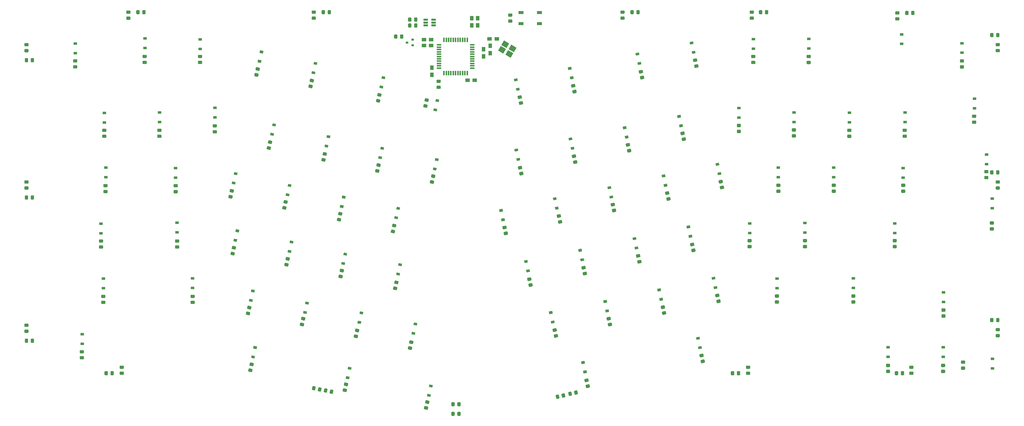
<source format=gbp>
%TF.GenerationSoftware,KiCad,Pcbnew,(5.1.10)-1*%
%TF.CreationDate,2021-09-23T19:06:55-07:00*%
%TF.ProjectId,adelheid,6164656c-6865-4696-942e-6b696361645f,2.0*%
%TF.SameCoordinates,Original*%
%TF.FileFunction,Paste,Bot*%
%TF.FilePolarity,Positive*%
%FSLAX46Y46*%
G04 Gerber Fmt 4.6, Leading zero omitted, Abs format (unit mm)*
G04 Created by KiCad (PCBNEW (5.1.10)-1) date 2021-09-23 19:06:55*
%MOMM*%
%LPD*%
G01*
G04 APERTURE LIST*
%ADD10R,0.900000X0.800000*%
%ADD11R,1.200000X0.900000*%
%ADD12C,0.100000*%
%ADD13R,1.250000X1.500000*%
%ADD14R,1.500000X1.250000*%
%ADD15R,1.700000X1.000000*%
%ADD16R,1.560000X0.650000*%
%ADD17R,1.500000X0.550000*%
%ADD18R,0.550000X1.500000*%
G04 APERTURE END LIST*
G36*
G01*
X63442001Y-27499000D02*
X62541999Y-27499000D01*
G75*
G02*
X62292000Y-27249001I0J249999D01*
G01*
X62292000Y-26598999D01*
G75*
G02*
X62541999Y-26349000I249999J0D01*
G01*
X63442001Y-26349000D01*
G75*
G02*
X63692000Y-26598999I0J-249999D01*
G01*
X63692000Y-27249001D01*
G75*
G02*
X63442001Y-27499000I-249999J0D01*
G01*
G37*
G36*
G01*
X63442001Y-29549000D02*
X62541999Y-29549000D01*
G75*
G02*
X62292000Y-29299001I0J249999D01*
G01*
X62292000Y-28648999D01*
G75*
G02*
X62541999Y-28399000I249999J0D01*
G01*
X63442001Y-28399000D01*
G75*
G02*
X63692000Y-28648999I0J-249999D01*
G01*
X63692000Y-29299001D01*
G75*
G02*
X63442001Y-29549000I-249999J0D01*
G01*
G37*
G36*
G01*
X127196001Y-27490000D02*
X126295999Y-27490000D01*
G75*
G02*
X126046000Y-27240001I0J249999D01*
G01*
X126046000Y-26589999D01*
G75*
G02*
X126295999Y-26340000I249999J0D01*
G01*
X127196001Y-26340000D01*
G75*
G02*
X127446000Y-26589999I0J-249999D01*
G01*
X127446000Y-27240001D01*
G75*
G02*
X127196001Y-27490000I-249999J0D01*
G01*
G37*
G36*
G01*
X127196001Y-29540000D02*
X126295999Y-29540000D01*
G75*
G02*
X126046000Y-29290001I0J249999D01*
G01*
X126046000Y-28639999D01*
G75*
G02*
X126295999Y-28390000I249999J0D01*
G01*
X127196001Y-28390000D01*
G75*
G02*
X127446000Y-28639999I0J-249999D01*
G01*
X127446000Y-29290001D01*
G75*
G02*
X127196001Y-29540000I-249999J0D01*
G01*
G37*
G36*
G01*
X327865001Y-27744000D02*
X326964999Y-27744000D01*
G75*
G02*
X326715000Y-27494001I0J249999D01*
G01*
X326715000Y-26843999D01*
G75*
G02*
X326964999Y-26594000I249999J0D01*
G01*
X327865001Y-26594000D01*
G75*
G02*
X328115000Y-26843999I0J-249999D01*
G01*
X328115000Y-27494001D01*
G75*
G02*
X327865001Y-27744000I-249999J0D01*
G01*
G37*
G36*
G01*
X327865001Y-29794000D02*
X326964999Y-29794000D01*
G75*
G02*
X326715000Y-29544001I0J249999D01*
G01*
X326715000Y-28893999D01*
G75*
G02*
X326964999Y-28644000I249999J0D01*
G01*
X327865001Y-28644000D01*
G75*
G02*
X328115000Y-28893999I0J-249999D01*
G01*
X328115000Y-29544001D01*
G75*
G02*
X327865001Y-29794000I-249999J0D01*
G01*
G37*
G36*
G01*
X277818001Y-27490000D02*
X276917999Y-27490000D01*
G75*
G02*
X276668000Y-27240001I0J249999D01*
G01*
X276668000Y-26589999D01*
G75*
G02*
X276917999Y-26340000I249999J0D01*
G01*
X277818001Y-26340000D01*
G75*
G02*
X278068000Y-26589999I0J-249999D01*
G01*
X278068000Y-27240001D01*
G75*
G02*
X277818001Y-27490000I-249999J0D01*
G01*
G37*
G36*
G01*
X277818001Y-29540000D02*
X276917999Y-29540000D01*
G75*
G02*
X276668000Y-29290001I0J249999D01*
G01*
X276668000Y-28639999D01*
G75*
G02*
X276917999Y-28390000I249999J0D01*
G01*
X277818001Y-28390000D01*
G75*
G02*
X278068000Y-28639999I0J-249999D01*
G01*
X278068000Y-29290001D01*
G75*
G02*
X277818001Y-29540000I-249999J0D01*
G01*
G37*
G36*
G01*
X233368001Y-27490000D02*
X232467999Y-27490000D01*
G75*
G02*
X232218000Y-27240001I0J249999D01*
G01*
X232218000Y-26589999D01*
G75*
G02*
X232467999Y-26340000I249999J0D01*
G01*
X233368001Y-26340000D01*
G75*
G02*
X233618000Y-26589999I0J-249999D01*
G01*
X233618000Y-27240001D01*
G75*
G02*
X233368001Y-27490000I-249999J0D01*
G01*
G37*
G36*
G01*
X233368001Y-29540000D02*
X232467999Y-29540000D01*
G75*
G02*
X232218000Y-29290001I0J249999D01*
G01*
X232218000Y-28639999D01*
G75*
G02*
X232467999Y-28390000I249999J0D01*
G01*
X233368001Y-28390000D01*
G75*
G02*
X233618000Y-28639999I0J-249999D01*
G01*
X233618000Y-29290001D01*
G75*
G02*
X233368001Y-29540000I-249999J0D01*
G01*
G37*
G36*
G01*
X361375000Y-35248001D02*
X361375000Y-34347999D01*
G75*
G02*
X361624999Y-34098000I249999J0D01*
G01*
X362275001Y-34098000D01*
G75*
G02*
X362525000Y-34347999I0J-249999D01*
G01*
X362525000Y-35248001D01*
G75*
G02*
X362275001Y-35498000I-249999J0D01*
G01*
X361624999Y-35498000D01*
G75*
G02*
X361375000Y-35248001I0J249999D01*
G01*
G37*
G36*
G01*
X359325000Y-35248001D02*
X359325000Y-34347999D01*
G75*
G02*
X359574999Y-34098000I249999J0D01*
G01*
X360225001Y-34098000D01*
G75*
G02*
X360475000Y-34347999I0J-249999D01*
G01*
X360475000Y-35248001D01*
G75*
G02*
X360225001Y-35498000I-249999J0D01*
G01*
X359574999Y-35498000D01*
G75*
G02*
X359325000Y-35248001I0J249999D01*
G01*
G37*
G36*
G01*
X361375000Y-82492001D02*
X361375000Y-81591999D01*
G75*
G02*
X361624999Y-81342000I249999J0D01*
G01*
X362275001Y-81342000D01*
G75*
G02*
X362525000Y-81591999I0J-249999D01*
G01*
X362525000Y-82492001D01*
G75*
G02*
X362275001Y-82742000I-249999J0D01*
G01*
X361624999Y-82742000D01*
G75*
G02*
X361375000Y-82492001I0J249999D01*
G01*
G37*
G36*
G01*
X359325000Y-82492001D02*
X359325000Y-81591999D01*
G75*
G02*
X359574999Y-81342000I249999J0D01*
G01*
X360225001Y-81342000D01*
G75*
G02*
X360475000Y-81591999I0J-249999D01*
G01*
X360475000Y-82492001D01*
G75*
G02*
X360225001Y-82742000I-249999J0D01*
G01*
X359574999Y-82742000D01*
G75*
G02*
X359325000Y-82492001I0J249999D01*
G01*
G37*
G36*
G01*
X361375000Y-133292001D02*
X361375000Y-132391999D01*
G75*
G02*
X361624999Y-132142000I249999J0D01*
G01*
X362275001Y-132142000D01*
G75*
G02*
X362525000Y-132391999I0J-249999D01*
G01*
X362525000Y-133292001D01*
G75*
G02*
X362275001Y-133542000I-249999J0D01*
G01*
X361624999Y-133542000D01*
G75*
G02*
X361375000Y-133292001I0J249999D01*
G01*
G37*
G36*
G01*
X359325000Y-133292001D02*
X359325000Y-132391999D01*
G75*
G02*
X359574999Y-132142000I249999J0D01*
G01*
X360225001Y-132142000D01*
G75*
G02*
X360475000Y-132391999I0J-249999D01*
G01*
X360475000Y-133292001D01*
G75*
G02*
X360225001Y-133542000I-249999J0D01*
G01*
X359574999Y-133542000D01*
G75*
G02*
X359325000Y-133292001I0J249999D01*
G01*
G37*
G36*
G01*
X331781999Y-150555000D02*
X332682001Y-150555000D01*
G75*
G02*
X332932000Y-150804999I0J-249999D01*
G01*
X332932000Y-151455001D01*
G75*
G02*
X332682001Y-151705000I-249999J0D01*
G01*
X331781999Y-151705000D01*
G75*
G02*
X331532000Y-151455001I0J249999D01*
G01*
X331532000Y-150804999D01*
G75*
G02*
X331781999Y-150555000I249999J0D01*
G01*
G37*
G36*
G01*
X331781999Y-148505000D02*
X332682001Y-148505000D01*
G75*
G02*
X332932000Y-148754999I0J-249999D01*
G01*
X332932000Y-149405001D01*
G75*
G02*
X332682001Y-149655000I-249999J0D01*
G01*
X331781999Y-149655000D01*
G75*
G02*
X331532000Y-149405001I0J249999D01*
G01*
X331532000Y-148754999D01*
G75*
G02*
X331781999Y-148505000I249999J0D01*
G01*
G37*
G36*
G01*
X275647999Y-150564000D02*
X276548001Y-150564000D01*
G75*
G02*
X276798000Y-150813999I0J-249999D01*
G01*
X276798000Y-151464001D01*
G75*
G02*
X276548001Y-151714000I-249999J0D01*
G01*
X275647999Y-151714000D01*
G75*
G02*
X275398000Y-151464001I0J249999D01*
G01*
X275398000Y-150813999D01*
G75*
G02*
X275647999Y-150564000I249999J0D01*
G01*
G37*
G36*
G01*
X275647999Y-148514000D02*
X276548001Y-148514000D01*
G75*
G02*
X276798000Y-148763999I0J-249999D01*
G01*
X276798000Y-149414001D01*
G75*
G02*
X276548001Y-149664000I-249999J0D01*
G01*
X275647999Y-149664000D01*
G75*
G02*
X275398000Y-149414001I0J249999D01*
G01*
X275398000Y-148763999D01*
G75*
G02*
X275647999Y-148514000I249999J0D01*
G01*
G37*
G36*
G01*
X215366273Y-157641392D02*
X215553394Y-158521727D01*
G75*
G02*
X215360836Y-158818241I-244536J-51978D01*
G01*
X214725039Y-158953384D01*
G75*
G02*
X214428525Y-158760826I-51978J244536D01*
G01*
X214241404Y-157880491D01*
G75*
G02*
X214433962Y-157583977I244536J51978D01*
G01*
X215069759Y-157448834D01*
G75*
G02*
X215366273Y-157641392I51978J-244536D01*
G01*
G37*
G36*
G01*
X217371475Y-157215174D02*
X217558596Y-158095509D01*
G75*
G02*
X217366038Y-158392023I-244536J-51978D01*
G01*
X216730241Y-158527166D01*
G75*
G02*
X216433727Y-158334608I-51978J244536D01*
G01*
X216246606Y-157454273D01*
G75*
G02*
X216439164Y-157157759I244536J51978D01*
G01*
X217074961Y-157022616D01*
G75*
G02*
X217371475Y-157215174I51978J-244536D01*
G01*
G37*
G36*
G01*
X176100000Y-162248001D02*
X176100000Y-161347999D01*
G75*
G02*
X176349999Y-161098000I249999J0D01*
G01*
X177000001Y-161098000D01*
G75*
G02*
X177250000Y-161347999I0J-249999D01*
G01*
X177250000Y-162248001D01*
G75*
G02*
X177000001Y-162498000I-249999J0D01*
G01*
X176349999Y-162498000D01*
G75*
G02*
X176100000Y-162248001I0J249999D01*
G01*
G37*
G36*
G01*
X174050000Y-162248001D02*
X174050000Y-161347999D01*
G75*
G02*
X174299999Y-161098000I249999J0D01*
G01*
X174950001Y-161098000D01*
G75*
G02*
X175200000Y-161347999I0J-249999D01*
G01*
X175200000Y-162248001D01*
G75*
G02*
X174950001Y-162498000I-249999J0D01*
G01*
X174299999Y-162498000D01*
G75*
G02*
X174050000Y-162248001I0J249999D01*
G01*
G37*
G36*
G01*
X131492793Y-156754476D02*
X131305672Y-157634811D01*
G75*
G02*
X131009158Y-157827369I-244536J51978D01*
G01*
X130373361Y-157692226D01*
G75*
G02*
X130180803Y-157395712I51978J244536D01*
G01*
X130367924Y-156515377D01*
G75*
G02*
X130664438Y-156322819I244536J-51978D01*
G01*
X131300235Y-156457962D01*
G75*
G02*
X131492793Y-156754476I-51978J-244536D01*
G01*
G37*
G36*
G01*
X133497995Y-157180694D02*
X133310874Y-158061029D01*
G75*
G02*
X133014360Y-158253587I-244536J51978D01*
G01*
X132378563Y-158118444D01*
G75*
G02*
X132186005Y-157821930I51978J244536D01*
G01*
X132373126Y-156941595D01*
G75*
G02*
X132669640Y-156749037I244536J-51978D01*
G01*
X133305437Y-156884180D01*
G75*
G02*
X133497995Y-157180694I-51978J-244536D01*
G01*
G37*
G36*
G01*
X60255999Y-150555000D02*
X61156001Y-150555000D01*
G75*
G02*
X61406000Y-150804999I0J-249999D01*
G01*
X61406000Y-151455001D01*
G75*
G02*
X61156001Y-151705000I-249999J0D01*
G01*
X60255999Y-151705000D01*
G75*
G02*
X60006000Y-151455001I0J249999D01*
G01*
X60006000Y-150804999D01*
G75*
G02*
X60255999Y-150555000I249999J0D01*
G01*
G37*
G36*
G01*
X60255999Y-148505000D02*
X61156001Y-148505000D01*
G75*
G02*
X61406000Y-148754999I0J-249999D01*
G01*
X61406000Y-149405001D01*
G75*
G02*
X61156001Y-149655000I-249999J0D01*
G01*
X60255999Y-149655000D01*
G75*
G02*
X60006000Y-149405001I0J249999D01*
G01*
X60006000Y-148754999D01*
G75*
G02*
X60255999Y-148505000I249999J0D01*
G01*
G37*
G36*
G01*
X28515000Y-139503999D02*
X28515000Y-140404001D01*
G75*
G02*
X28265001Y-140654000I-249999J0D01*
G01*
X27614999Y-140654000D01*
G75*
G02*
X27365000Y-140404001I0J249999D01*
G01*
X27365000Y-139503999D01*
G75*
G02*
X27614999Y-139254000I249999J0D01*
G01*
X28265001Y-139254000D01*
G75*
G02*
X28515000Y-139503999I0J-249999D01*
G01*
G37*
G36*
G01*
X30565000Y-139503999D02*
X30565000Y-140404001D01*
G75*
G02*
X30315001Y-140654000I-249999J0D01*
G01*
X29664999Y-140654000D01*
G75*
G02*
X29415000Y-140404001I0J249999D01*
G01*
X29415000Y-139503999D01*
G75*
G02*
X29664999Y-139254000I249999J0D01*
G01*
X30315001Y-139254000D01*
G75*
G02*
X30565000Y-139503999I0J-249999D01*
G01*
G37*
G36*
G01*
X28515000Y-90227999D02*
X28515000Y-91128001D01*
G75*
G02*
X28265001Y-91378000I-249999J0D01*
G01*
X27614999Y-91378000D01*
G75*
G02*
X27365000Y-91128001I0J249999D01*
G01*
X27365000Y-90227999D01*
G75*
G02*
X27614999Y-89978000I249999J0D01*
G01*
X28265001Y-89978000D01*
G75*
G02*
X28515000Y-90227999I0J-249999D01*
G01*
G37*
G36*
G01*
X30565000Y-90227999D02*
X30565000Y-91128001D01*
G75*
G02*
X30315001Y-91378000I-249999J0D01*
G01*
X29664999Y-91378000D01*
G75*
G02*
X29415000Y-91128001I0J249999D01*
G01*
X29415000Y-90227999D01*
G75*
G02*
X29664999Y-89978000I249999J0D01*
G01*
X30315001Y-89978000D01*
G75*
G02*
X30565000Y-90227999I0J-249999D01*
G01*
G37*
G36*
G01*
X28515000Y-42983999D02*
X28515000Y-43884001D01*
G75*
G02*
X28265001Y-44134000I-249999J0D01*
G01*
X27614999Y-44134000D01*
G75*
G02*
X27365000Y-43884001I0J249999D01*
G01*
X27365000Y-42983999D01*
G75*
G02*
X27614999Y-42734000I249999J0D01*
G01*
X28265001Y-42734000D01*
G75*
G02*
X28515000Y-42983999I0J-249999D01*
G01*
G37*
G36*
G01*
X30565000Y-42983999D02*
X30565000Y-43884001D01*
G75*
G02*
X30315001Y-44134000I-249999J0D01*
G01*
X29664999Y-44134000D01*
G75*
G02*
X29415000Y-43884001I0J249999D01*
G01*
X29415000Y-42983999D01*
G75*
G02*
X29664999Y-42734000I249999J0D01*
G01*
X30315001Y-42734000D01*
G75*
G02*
X30565000Y-42983999I0J-249999D01*
G01*
G37*
G36*
G01*
X67760000Y-27374001D02*
X67760000Y-26473999D01*
G75*
G02*
X68009999Y-26224000I249999J0D01*
G01*
X68660001Y-26224000D01*
G75*
G02*
X68910000Y-26473999I0J-249999D01*
G01*
X68910000Y-27374001D01*
G75*
G02*
X68660001Y-27624000I-249999J0D01*
G01*
X68009999Y-27624000D01*
G75*
G02*
X67760000Y-27374001I0J249999D01*
G01*
G37*
G36*
G01*
X65710000Y-27374001D02*
X65710000Y-26473999D01*
G75*
G02*
X65959999Y-26224000I249999J0D01*
G01*
X66610001Y-26224000D01*
G75*
G02*
X66860000Y-26473999I0J-249999D01*
G01*
X66860000Y-27374001D01*
G75*
G02*
X66610001Y-27624000I-249999J0D01*
G01*
X65959999Y-27624000D01*
G75*
G02*
X65710000Y-27374001I0J249999D01*
G01*
G37*
G36*
G01*
X131514000Y-27365001D02*
X131514000Y-26464999D01*
G75*
G02*
X131763999Y-26215000I249999J0D01*
G01*
X132414001Y-26215000D01*
G75*
G02*
X132664000Y-26464999I0J-249999D01*
G01*
X132664000Y-27365001D01*
G75*
G02*
X132414001Y-27615000I-249999J0D01*
G01*
X131763999Y-27615000D01*
G75*
G02*
X131514000Y-27365001I0J249999D01*
G01*
G37*
G36*
G01*
X129464000Y-27365001D02*
X129464000Y-26464999D01*
G75*
G02*
X129713999Y-26215000I249999J0D01*
G01*
X130364001Y-26215000D01*
G75*
G02*
X130614000Y-26464999I0J-249999D01*
G01*
X130614000Y-27365001D01*
G75*
G02*
X130364001Y-27615000I-249999J0D01*
G01*
X129713999Y-27615000D01*
G75*
G02*
X129464000Y-27365001I0J249999D01*
G01*
G37*
G36*
G01*
X332174000Y-27628001D02*
X332174000Y-26727999D01*
G75*
G02*
X332423999Y-26478000I249999J0D01*
G01*
X333074001Y-26478000D01*
G75*
G02*
X333324000Y-26727999I0J-249999D01*
G01*
X333324000Y-27628001D01*
G75*
G02*
X333074001Y-27878000I-249999J0D01*
G01*
X332423999Y-27878000D01*
G75*
G02*
X332174000Y-27628001I0J249999D01*
G01*
G37*
G36*
G01*
X330124000Y-27628001D02*
X330124000Y-26727999D01*
G75*
G02*
X330373999Y-26478000I249999J0D01*
G01*
X331024001Y-26478000D01*
G75*
G02*
X331274000Y-26727999I0J-249999D01*
G01*
X331274000Y-27628001D01*
G75*
G02*
X331024001Y-27878000I-249999J0D01*
G01*
X330373999Y-27878000D01*
G75*
G02*
X330124000Y-27628001I0J249999D01*
G01*
G37*
G36*
G01*
X281882000Y-27374001D02*
X281882000Y-26473999D01*
G75*
G02*
X282131999Y-26224000I249999J0D01*
G01*
X282782001Y-26224000D01*
G75*
G02*
X283032000Y-26473999I0J-249999D01*
G01*
X283032000Y-27374001D01*
G75*
G02*
X282782001Y-27624000I-249999J0D01*
G01*
X282131999Y-27624000D01*
G75*
G02*
X281882000Y-27374001I0J249999D01*
G01*
G37*
G36*
G01*
X279832000Y-27374001D02*
X279832000Y-26473999D01*
G75*
G02*
X280081999Y-26224000I249999J0D01*
G01*
X280732001Y-26224000D01*
G75*
G02*
X280982000Y-26473999I0J-249999D01*
G01*
X280982000Y-27374001D01*
G75*
G02*
X280732001Y-27624000I-249999J0D01*
G01*
X280081999Y-27624000D01*
G75*
G02*
X279832000Y-27374001I0J249999D01*
G01*
G37*
G36*
G01*
X237677000Y-27374001D02*
X237677000Y-26473999D01*
G75*
G02*
X237926999Y-26224000I249999J0D01*
G01*
X238577001Y-26224000D01*
G75*
G02*
X238827000Y-26473999I0J-249999D01*
G01*
X238827000Y-27374001D01*
G75*
G02*
X238577001Y-27624000I-249999J0D01*
G01*
X237926999Y-27624000D01*
G75*
G02*
X237677000Y-27374001I0J249999D01*
G01*
G37*
G36*
G01*
X235627000Y-27374001D02*
X235627000Y-26473999D01*
G75*
G02*
X235876999Y-26224000I249999J0D01*
G01*
X236527001Y-26224000D01*
G75*
G02*
X236777000Y-26473999I0J-249999D01*
G01*
X236777000Y-27374001D01*
G75*
G02*
X236527001Y-27624000I-249999J0D01*
G01*
X235876999Y-27624000D01*
G75*
G02*
X235627000Y-27374001I0J249999D01*
G01*
G37*
G36*
G01*
X361499999Y-39566000D02*
X362400001Y-39566000D01*
G75*
G02*
X362650000Y-39815999I0J-249999D01*
G01*
X362650000Y-40466001D01*
G75*
G02*
X362400001Y-40716000I-249999J0D01*
G01*
X361499999Y-40716000D01*
G75*
G02*
X361250000Y-40466001I0J249999D01*
G01*
X361250000Y-39815999D01*
G75*
G02*
X361499999Y-39566000I249999J0D01*
G01*
G37*
G36*
G01*
X361499999Y-37516000D02*
X362400001Y-37516000D01*
G75*
G02*
X362650000Y-37765999I0J-249999D01*
G01*
X362650000Y-38416001D01*
G75*
G02*
X362400001Y-38666000I-249999J0D01*
G01*
X361499999Y-38666000D01*
G75*
G02*
X361250000Y-38416001I0J249999D01*
G01*
X361250000Y-37765999D01*
G75*
G02*
X361499999Y-37516000I249999J0D01*
G01*
G37*
G36*
G01*
X361499999Y-86819000D02*
X362400001Y-86819000D01*
G75*
G02*
X362650000Y-87068999I0J-249999D01*
G01*
X362650000Y-87719001D01*
G75*
G02*
X362400001Y-87969000I-249999J0D01*
G01*
X361499999Y-87969000D01*
G75*
G02*
X361250000Y-87719001I0J249999D01*
G01*
X361250000Y-87068999D01*
G75*
G02*
X361499999Y-86819000I249999J0D01*
G01*
G37*
G36*
G01*
X361499999Y-84769000D02*
X362400001Y-84769000D01*
G75*
G02*
X362650000Y-85018999I0J-249999D01*
G01*
X362650000Y-85669001D01*
G75*
G02*
X362400001Y-85919000I-249999J0D01*
G01*
X361499999Y-85919000D01*
G75*
G02*
X361250000Y-85669001I0J249999D01*
G01*
X361250000Y-85018999D01*
G75*
G02*
X361499999Y-84769000I249999J0D01*
G01*
G37*
G36*
G01*
X361499999Y-137619000D02*
X362400001Y-137619000D01*
G75*
G02*
X362650000Y-137868999I0J-249999D01*
G01*
X362650000Y-138519001D01*
G75*
G02*
X362400001Y-138769000I-249999J0D01*
G01*
X361499999Y-138769000D01*
G75*
G02*
X361250000Y-138519001I0J249999D01*
G01*
X361250000Y-137868999D01*
G75*
G02*
X361499999Y-137619000I249999J0D01*
G01*
G37*
G36*
G01*
X361499999Y-135569000D02*
X362400001Y-135569000D01*
G75*
G02*
X362650000Y-135818999I0J-249999D01*
G01*
X362650000Y-136469001D01*
G75*
G02*
X362400001Y-136719000I-249999J0D01*
G01*
X361499999Y-136719000D01*
G75*
G02*
X361250000Y-136469001I0J249999D01*
G01*
X361250000Y-135818999D01*
G75*
G02*
X361499999Y-135569000I249999J0D01*
G01*
G37*
G36*
G01*
X327709000Y-150679999D02*
X327709000Y-151580001D01*
G75*
G02*
X327459001Y-151830000I-249999J0D01*
G01*
X326808999Y-151830000D01*
G75*
G02*
X326559000Y-151580001I0J249999D01*
G01*
X326559000Y-150679999D01*
G75*
G02*
X326808999Y-150430000I249999J0D01*
G01*
X327459001Y-150430000D01*
G75*
G02*
X327709000Y-150679999I0J-249999D01*
G01*
G37*
G36*
G01*
X329759000Y-150679999D02*
X329759000Y-151580001D01*
G75*
G02*
X329509001Y-151830000I-249999J0D01*
G01*
X328858999Y-151830000D01*
G75*
G02*
X328609000Y-151580001I0J249999D01*
G01*
X328609000Y-150679999D01*
G75*
G02*
X328858999Y-150430000I249999J0D01*
G01*
X329509001Y-150430000D01*
G75*
G02*
X329759000Y-150679999I0J-249999D01*
G01*
G37*
G36*
G01*
X271330000Y-150679999D02*
X271330000Y-151580001D01*
G75*
G02*
X271080001Y-151830000I-249999J0D01*
G01*
X270429999Y-151830000D01*
G75*
G02*
X270180000Y-151580001I0J249999D01*
G01*
X270180000Y-150679999D01*
G75*
G02*
X270429999Y-150430000I249999J0D01*
G01*
X271080001Y-150430000D01*
G75*
G02*
X271330000Y-150679999I0J-249999D01*
G01*
G37*
G36*
G01*
X273380000Y-150679999D02*
X273380000Y-151580001D01*
G75*
G02*
X273130001Y-151830000I-249999J0D01*
G01*
X272479999Y-151830000D01*
G75*
G02*
X272230000Y-151580001I0J249999D01*
G01*
X272230000Y-150679999D01*
G75*
G02*
X272479999Y-150430000I249999J0D01*
G01*
X273130001Y-150430000D01*
G75*
G02*
X273380000Y-150679999I0J-249999D01*
G01*
G37*
G36*
G01*
X211048273Y-158657392D02*
X211235394Y-159537727D01*
G75*
G02*
X211042836Y-159834241I-244536J-51978D01*
G01*
X210407039Y-159969384D01*
G75*
G02*
X210110525Y-159776826I-51978J244536D01*
G01*
X209923404Y-158896491D01*
G75*
G02*
X210115962Y-158599977I244536J51978D01*
G01*
X210751759Y-158464834D01*
G75*
G02*
X211048273Y-158657392I51978J-244536D01*
G01*
G37*
G36*
G01*
X213053475Y-158231174D02*
X213240596Y-159111509D01*
G75*
G02*
X213048038Y-159408023I-244536J-51978D01*
G01*
X212412241Y-159543166D01*
G75*
G02*
X212115727Y-159350608I-51978J244536D01*
G01*
X211928606Y-158470273D01*
G75*
G02*
X212121164Y-158173759I244536J51978D01*
G01*
X212756961Y-158038616D01*
G75*
G02*
X213053475Y-158231174I51978J-244536D01*
G01*
G37*
G36*
G01*
X175200000Y-164649999D02*
X175200000Y-165550001D01*
G75*
G02*
X174950001Y-165800000I-249999J0D01*
G01*
X174299999Y-165800000D01*
G75*
G02*
X174050000Y-165550001I0J249999D01*
G01*
X174050000Y-164649999D01*
G75*
G02*
X174299999Y-164400000I249999J0D01*
G01*
X174950001Y-164400000D01*
G75*
G02*
X175200000Y-164649999I0J-249999D01*
G01*
G37*
G36*
G01*
X177250000Y-164649999D02*
X177250000Y-165550001D01*
G75*
G02*
X177000001Y-165800000I-249999J0D01*
G01*
X176349999Y-165800000D01*
G75*
G02*
X176100000Y-165550001I0J249999D01*
G01*
X176100000Y-164649999D01*
G75*
G02*
X176349999Y-164400000I249999J0D01*
G01*
X177000001Y-164400000D01*
G75*
G02*
X177250000Y-164649999I0J-249999D01*
G01*
G37*
G36*
G01*
X127428793Y-155971164D02*
X127241672Y-156851499D01*
G75*
G02*
X126945158Y-157044057I-244536J51978D01*
G01*
X126309361Y-156908914D01*
G75*
G02*
X126116803Y-156612400I51978J244536D01*
G01*
X126303924Y-155732065D01*
G75*
G02*
X126600438Y-155539507I244536J-51978D01*
G01*
X127236235Y-155674650D01*
G75*
G02*
X127428793Y-155971164I-51978J-244536D01*
G01*
G37*
G36*
G01*
X129433995Y-156397382D02*
X129246874Y-157277717D01*
G75*
G02*
X128950360Y-157470275I-244536J51978D01*
G01*
X128314563Y-157335132D01*
G75*
G02*
X128122005Y-157038618I51978J244536D01*
G01*
X128309126Y-156158283D01*
G75*
G02*
X128605640Y-155965725I244536J-51978D01*
G01*
X129241437Y-156100868D01*
G75*
G02*
X129433995Y-156397382I-51978J-244536D01*
G01*
G37*
G36*
G01*
X55929000Y-150679999D02*
X55929000Y-151580001D01*
G75*
G02*
X55679001Y-151830000I-249999J0D01*
G01*
X55028999Y-151830000D01*
G75*
G02*
X54779000Y-151580001I0J249999D01*
G01*
X54779000Y-150679999D01*
G75*
G02*
X55028999Y-150430000I249999J0D01*
G01*
X55679001Y-150430000D01*
G75*
G02*
X55929000Y-150679999I0J-249999D01*
G01*
G37*
G36*
G01*
X57979000Y-150679999D02*
X57979000Y-151580001D01*
G75*
G02*
X57729001Y-151830000I-249999J0D01*
G01*
X57078999Y-151830000D01*
G75*
G02*
X56829000Y-151580001I0J249999D01*
G01*
X56829000Y-150679999D01*
G75*
G02*
X57078999Y-150430000I249999J0D01*
G01*
X57729001Y-150430000D01*
G75*
G02*
X57979000Y-150679999I0J-249999D01*
G01*
G37*
G36*
G01*
X28390001Y-135195000D02*
X27489999Y-135195000D01*
G75*
G02*
X27240000Y-134945001I0J249999D01*
G01*
X27240000Y-134294999D01*
G75*
G02*
X27489999Y-134045000I249999J0D01*
G01*
X28390001Y-134045000D01*
G75*
G02*
X28640000Y-134294999I0J-249999D01*
G01*
X28640000Y-134945001D01*
G75*
G02*
X28390001Y-135195000I-249999J0D01*
G01*
G37*
G36*
G01*
X28390001Y-137245000D02*
X27489999Y-137245000D01*
G75*
G02*
X27240000Y-136995001I0J249999D01*
G01*
X27240000Y-136344999D01*
G75*
G02*
X27489999Y-136095000I249999J0D01*
G01*
X28390001Y-136095000D01*
G75*
G02*
X28640000Y-136344999I0J-249999D01*
G01*
X28640000Y-136995001D01*
G75*
G02*
X28390001Y-137245000I-249999J0D01*
G01*
G37*
G36*
G01*
X28390001Y-85919000D02*
X27489999Y-85919000D01*
G75*
G02*
X27240000Y-85669001I0J249999D01*
G01*
X27240000Y-85018999D01*
G75*
G02*
X27489999Y-84769000I249999J0D01*
G01*
X28390001Y-84769000D01*
G75*
G02*
X28640000Y-85018999I0J-249999D01*
G01*
X28640000Y-85669001D01*
G75*
G02*
X28390001Y-85919000I-249999J0D01*
G01*
G37*
G36*
G01*
X28390001Y-87969000D02*
X27489999Y-87969000D01*
G75*
G02*
X27240000Y-87719001I0J249999D01*
G01*
X27240000Y-87068999D01*
G75*
G02*
X27489999Y-86819000I249999J0D01*
G01*
X28390001Y-86819000D01*
G75*
G02*
X28640000Y-87068999I0J-249999D01*
G01*
X28640000Y-87719001D01*
G75*
G02*
X28390001Y-87969000I-249999J0D01*
G01*
G37*
G36*
G01*
X28390001Y-38675000D02*
X27489999Y-38675000D01*
G75*
G02*
X27240000Y-38425001I0J249999D01*
G01*
X27240000Y-37774999D01*
G75*
G02*
X27489999Y-37525000I249999J0D01*
G01*
X28390001Y-37525000D01*
G75*
G02*
X28640000Y-37774999I0J-249999D01*
G01*
X28640000Y-38425001D01*
G75*
G02*
X28390001Y-38675000I-249999J0D01*
G01*
G37*
G36*
G01*
X28390001Y-40725000D02*
X27489999Y-40725000D01*
G75*
G02*
X27240000Y-40475001I0J249999D01*
G01*
X27240000Y-39824999D01*
G75*
G02*
X27489999Y-39575000I249999J0D01*
G01*
X28390001Y-39575000D01*
G75*
G02*
X28640000Y-39824999I0J-249999D01*
G01*
X28640000Y-40475001D01*
G75*
G02*
X28390001Y-40725000I-249999J0D01*
G01*
G37*
G36*
G01*
X350462001Y-147895000D02*
X349561999Y-147895000D01*
G75*
G02*
X349312000Y-147645001I0J249999D01*
G01*
X349312000Y-146994999D01*
G75*
G02*
X349561999Y-146745000I249999J0D01*
G01*
X350462001Y-146745000D01*
G75*
G02*
X350712000Y-146994999I0J-249999D01*
G01*
X350712000Y-147645001D01*
G75*
G02*
X350462001Y-147895000I-249999J0D01*
G01*
G37*
G36*
G01*
X350462001Y-149945000D02*
X349561999Y-149945000D01*
G75*
G02*
X349312000Y-149695001I0J249999D01*
G01*
X349312000Y-149044999D01*
G75*
G02*
X349561999Y-148795000I249999J0D01*
G01*
X350462001Y-148795000D01*
G75*
G02*
X350712000Y-149044999I0J-249999D01*
G01*
X350712000Y-149695001D01*
G75*
G02*
X350462001Y-149945000I-249999J0D01*
G01*
G37*
G36*
G01*
X360368001Y-100016000D02*
X359467999Y-100016000D01*
G75*
G02*
X359218000Y-99766001I0J249999D01*
G01*
X359218000Y-99115999D01*
G75*
G02*
X359467999Y-98866000I249999J0D01*
G01*
X360368001Y-98866000D01*
G75*
G02*
X360618000Y-99115999I0J-249999D01*
G01*
X360618000Y-99766001D01*
G75*
G02*
X360368001Y-100016000I-249999J0D01*
G01*
G37*
G36*
G01*
X360368001Y-102066000D02*
X359467999Y-102066000D01*
G75*
G02*
X359218000Y-101816001I0J249999D01*
G01*
X359218000Y-101165999D01*
G75*
G02*
X359467999Y-100916000I249999J0D01*
G01*
X360368001Y-100916000D01*
G75*
G02*
X360618000Y-101165999I0J-249999D01*
G01*
X360618000Y-101816001D01*
G75*
G02*
X360368001Y-102066000I-249999J0D01*
G01*
G37*
G36*
G01*
X358463001Y-82345000D02*
X357562999Y-82345000D01*
G75*
G02*
X357313000Y-82095001I0J249999D01*
G01*
X357313000Y-81444999D01*
G75*
G02*
X357562999Y-81195000I249999J0D01*
G01*
X358463001Y-81195000D01*
G75*
G02*
X358713000Y-81444999I0J-249999D01*
G01*
X358713000Y-82095001D01*
G75*
G02*
X358463001Y-82345000I-249999J0D01*
G01*
G37*
G36*
G01*
X358463001Y-84395000D02*
X357562999Y-84395000D01*
G75*
G02*
X357313000Y-84145001I0J249999D01*
G01*
X357313000Y-83494999D01*
G75*
G02*
X357562999Y-83245000I249999J0D01*
G01*
X358463001Y-83245000D01*
G75*
G02*
X358713000Y-83494999I0J-249999D01*
G01*
X358713000Y-84145001D01*
G75*
G02*
X358463001Y-84395000I-249999J0D01*
G01*
G37*
G36*
G01*
X354272001Y-63295000D02*
X353371999Y-63295000D01*
G75*
G02*
X353122000Y-63045001I0J249999D01*
G01*
X353122000Y-62394999D01*
G75*
G02*
X353371999Y-62145000I249999J0D01*
G01*
X354272001Y-62145000D01*
G75*
G02*
X354522000Y-62394999I0J-249999D01*
G01*
X354522000Y-63045001D01*
G75*
G02*
X354272001Y-63295000I-249999J0D01*
G01*
G37*
G36*
G01*
X354272001Y-65345000D02*
X353371999Y-65345000D01*
G75*
G02*
X353122000Y-65095001I0J249999D01*
G01*
X353122000Y-64444999D01*
G75*
G02*
X353371999Y-64195000I249999J0D01*
G01*
X354272001Y-64195000D01*
G75*
G02*
X354522000Y-64444999I0J-249999D01*
G01*
X354522000Y-65095001D01*
G75*
G02*
X354272001Y-65345000I-249999J0D01*
G01*
G37*
G36*
G01*
X330396001Y-68121000D02*
X329495999Y-68121000D01*
G75*
G02*
X329246000Y-67871001I0J249999D01*
G01*
X329246000Y-67220999D01*
G75*
G02*
X329495999Y-66971000I249999J0D01*
G01*
X330396001Y-66971000D01*
G75*
G02*
X330646000Y-67220999I0J-249999D01*
G01*
X330646000Y-67871001D01*
G75*
G02*
X330396001Y-68121000I-249999J0D01*
G01*
G37*
G36*
G01*
X330396001Y-70171000D02*
X329495999Y-70171000D01*
G75*
G02*
X329246000Y-69921001I0J249999D01*
G01*
X329246000Y-69270999D01*
G75*
G02*
X329495999Y-69021000I249999J0D01*
G01*
X330396001Y-69021000D01*
G75*
G02*
X330646000Y-69270999I0J-249999D01*
G01*
X330646000Y-69921001D01*
G75*
G02*
X330396001Y-70171000I-249999J0D01*
G01*
G37*
G36*
G01*
X350081001Y-44263000D02*
X349180999Y-44263000D01*
G75*
G02*
X348931000Y-44013001I0J249999D01*
G01*
X348931000Y-43362999D01*
G75*
G02*
X349180999Y-43113000I249999J0D01*
G01*
X350081001Y-43113000D01*
G75*
G02*
X350331000Y-43362999I0J-249999D01*
G01*
X350331000Y-44013001D01*
G75*
G02*
X350081001Y-44263000I-249999J0D01*
G01*
G37*
G36*
G01*
X350081001Y-46313000D02*
X349180999Y-46313000D01*
G75*
G02*
X348931000Y-46063001I0J249999D01*
G01*
X348931000Y-45412999D01*
G75*
G02*
X349180999Y-45163000I249999J0D01*
G01*
X350081001Y-45163000D01*
G75*
G02*
X350331000Y-45412999I0J-249999D01*
G01*
X350331000Y-46063001D01*
G75*
G02*
X350081001Y-46313000I-249999J0D01*
G01*
G37*
G36*
G01*
X343604001Y-149020000D02*
X342703999Y-149020000D01*
G75*
G02*
X342454000Y-148770001I0J249999D01*
G01*
X342454000Y-148119999D01*
G75*
G02*
X342703999Y-147870000I249999J0D01*
G01*
X343604001Y-147870000D01*
G75*
G02*
X343854000Y-148119999I0J-249999D01*
G01*
X343854000Y-148770001D01*
G75*
G02*
X343604001Y-149020000I-249999J0D01*
G01*
G37*
G36*
G01*
X343604001Y-151070000D02*
X342703999Y-151070000D01*
G75*
G02*
X342454000Y-150820001I0J249999D01*
G01*
X342454000Y-150169999D01*
G75*
G02*
X342703999Y-149920000I249999J0D01*
G01*
X343604001Y-149920000D01*
G75*
G02*
X343854000Y-150169999I0J-249999D01*
G01*
X343854000Y-150820001D01*
G75*
G02*
X343604001Y-151070000I-249999J0D01*
G01*
G37*
G36*
G01*
X343731001Y-129970000D02*
X342830999Y-129970000D01*
G75*
G02*
X342581000Y-129720001I0J249999D01*
G01*
X342581000Y-129069999D01*
G75*
G02*
X342830999Y-128820000I249999J0D01*
G01*
X343731001Y-128820000D01*
G75*
G02*
X343981000Y-129069999I0J-249999D01*
G01*
X343981000Y-129720001D01*
G75*
G02*
X343731001Y-129970000I-249999J0D01*
G01*
G37*
G36*
G01*
X343731001Y-132020000D02*
X342830999Y-132020000D01*
G75*
G02*
X342581000Y-131770001I0J249999D01*
G01*
X342581000Y-131119999D01*
G75*
G02*
X342830999Y-130870000I249999J0D01*
G01*
X343731001Y-130870000D01*
G75*
G02*
X343981000Y-131119999I0J-249999D01*
G01*
X343981000Y-131770001D01*
G75*
G02*
X343731001Y-132020000I-249999J0D01*
G01*
G37*
G36*
G01*
X329888001Y-87044000D02*
X328987999Y-87044000D01*
G75*
G02*
X328738000Y-86794001I0J249999D01*
G01*
X328738000Y-86143999D01*
G75*
G02*
X328987999Y-85894000I249999J0D01*
G01*
X329888001Y-85894000D01*
G75*
G02*
X330138000Y-86143999I0J-249999D01*
G01*
X330138000Y-86794001D01*
G75*
G02*
X329888001Y-87044000I-249999J0D01*
G01*
G37*
G36*
G01*
X329888001Y-89094000D02*
X328987999Y-89094000D01*
G75*
G02*
X328738000Y-88844001I0J249999D01*
G01*
X328738000Y-88193999D01*
G75*
G02*
X328987999Y-87944000I249999J0D01*
G01*
X329888001Y-87944000D01*
G75*
G02*
X330138000Y-88193999I0J-249999D01*
G01*
X330138000Y-88844001D01*
G75*
G02*
X329888001Y-89094000I-249999J0D01*
G01*
G37*
G36*
G01*
X311346001Y-68139000D02*
X310445999Y-68139000D01*
G75*
G02*
X310196000Y-67889001I0J249999D01*
G01*
X310196000Y-67238999D01*
G75*
G02*
X310445999Y-66989000I249999J0D01*
G01*
X311346001Y-66989000D01*
G75*
G02*
X311596000Y-67238999I0J-249999D01*
G01*
X311596000Y-67889001D01*
G75*
G02*
X311346001Y-68139000I-249999J0D01*
G01*
G37*
G36*
G01*
X311346001Y-70189000D02*
X310445999Y-70189000D01*
G75*
G02*
X310196000Y-69939001I0J249999D01*
G01*
X310196000Y-69288999D01*
G75*
G02*
X310445999Y-69039000I249999J0D01*
G01*
X311346001Y-69039000D01*
G75*
G02*
X311596000Y-69288999I0J-249999D01*
G01*
X311596000Y-69939001D01*
G75*
G02*
X311346001Y-70189000I-249999J0D01*
G01*
G37*
G36*
G01*
X324681001Y-149020000D02*
X323780999Y-149020000D01*
G75*
G02*
X323531000Y-148770001I0J249999D01*
G01*
X323531000Y-148119999D01*
G75*
G02*
X323780999Y-147870000I249999J0D01*
G01*
X324681001Y-147870000D01*
G75*
G02*
X324931000Y-148119999I0J-249999D01*
G01*
X324931000Y-148770001D01*
G75*
G02*
X324681001Y-149020000I-249999J0D01*
G01*
G37*
G36*
G01*
X324681001Y-151070000D02*
X323780999Y-151070000D01*
G75*
G02*
X323531000Y-150820001I0J249999D01*
G01*
X323531000Y-150169999D01*
G75*
G02*
X323780999Y-149920000I249999J0D01*
G01*
X324681001Y-149920000D01*
G75*
G02*
X324931000Y-150169999I0J-249999D01*
G01*
X324931000Y-150820001D01*
G75*
G02*
X324681001Y-151070000I-249999J0D01*
G01*
G37*
G36*
G01*
X326967001Y-106094000D02*
X326066999Y-106094000D01*
G75*
G02*
X325817000Y-105844001I0J249999D01*
G01*
X325817000Y-105193999D01*
G75*
G02*
X326066999Y-104944000I249999J0D01*
G01*
X326967001Y-104944000D01*
G75*
G02*
X327217000Y-105193999I0J-249999D01*
G01*
X327217000Y-105844001D01*
G75*
G02*
X326967001Y-106094000I-249999J0D01*
G01*
G37*
G36*
G01*
X326967001Y-108144000D02*
X326066999Y-108144000D01*
G75*
G02*
X325817000Y-107894001I0J249999D01*
G01*
X325817000Y-107243999D01*
G75*
G02*
X326066999Y-106994000I249999J0D01*
G01*
X326967001Y-106994000D01*
G75*
G02*
X327217000Y-107243999I0J-249999D01*
G01*
X327217000Y-107894001D01*
G75*
G02*
X326967001Y-108144000I-249999J0D01*
G01*
G37*
G36*
G01*
X306012001Y-87044000D02*
X305111999Y-87044000D01*
G75*
G02*
X304862000Y-86794001I0J249999D01*
G01*
X304862000Y-86143999D01*
G75*
G02*
X305111999Y-85894000I249999J0D01*
G01*
X306012001Y-85894000D01*
G75*
G02*
X306262000Y-86143999I0J-249999D01*
G01*
X306262000Y-86794001D01*
G75*
G02*
X306012001Y-87044000I-249999J0D01*
G01*
G37*
G36*
G01*
X306012001Y-89094000D02*
X305111999Y-89094000D01*
G75*
G02*
X304862000Y-88844001I0J249999D01*
G01*
X304862000Y-88193999D01*
G75*
G02*
X305111999Y-87944000I249999J0D01*
G01*
X306012001Y-87944000D01*
G75*
G02*
X306262000Y-88193999I0J-249999D01*
G01*
X306262000Y-88844001D01*
G75*
G02*
X306012001Y-89094000I-249999J0D01*
G01*
G37*
G36*
G01*
X292296001Y-67994000D02*
X291395999Y-67994000D01*
G75*
G02*
X291146000Y-67744001I0J249999D01*
G01*
X291146000Y-67093999D01*
G75*
G02*
X291395999Y-66844000I249999J0D01*
G01*
X292296001Y-66844000D01*
G75*
G02*
X292546000Y-67093999I0J-249999D01*
G01*
X292546000Y-67744001D01*
G75*
G02*
X292296001Y-67994000I-249999J0D01*
G01*
G37*
G36*
G01*
X292296001Y-70044000D02*
X291395999Y-70044000D01*
G75*
G02*
X291146000Y-69794001I0J249999D01*
G01*
X291146000Y-69143999D01*
G75*
G02*
X291395999Y-68894000I249999J0D01*
G01*
X292296001Y-68894000D01*
G75*
G02*
X292546000Y-69143999I0J-249999D01*
G01*
X292546000Y-69794001D01*
G75*
G02*
X292296001Y-70044000I-249999J0D01*
G01*
G37*
G36*
G01*
X297376001Y-42739000D02*
X296475999Y-42739000D01*
G75*
G02*
X296226000Y-42489001I0J249999D01*
G01*
X296226000Y-41838999D01*
G75*
G02*
X296475999Y-41589000I249999J0D01*
G01*
X297376001Y-41589000D01*
G75*
G02*
X297626000Y-41838999I0J-249999D01*
G01*
X297626000Y-42489001D01*
G75*
G02*
X297376001Y-42739000I-249999J0D01*
G01*
G37*
G36*
G01*
X297376001Y-44789000D02*
X296475999Y-44789000D01*
G75*
G02*
X296226000Y-44539001I0J249999D01*
G01*
X296226000Y-43888999D01*
G75*
G02*
X296475999Y-43639000I249999J0D01*
G01*
X297376001Y-43639000D01*
G75*
G02*
X297626000Y-43888999I0J-249999D01*
G01*
X297626000Y-44539001D01*
G75*
G02*
X297376001Y-44789000I-249999J0D01*
G01*
G37*
G36*
G01*
X312743001Y-125144000D02*
X311842999Y-125144000D01*
G75*
G02*
X311593000Y-124894001I0J249999D01*
G01*
X311593000Y-124243999D01*
G75*
G02*
X311842999Y-123994000I249999J0D01*
G01*
X312743001Y-123994000D01*
G75*
G02*
X312993000Y-124243999I0J-249999D01*
G01*
X312993000Y-124894001D01*
G75*
G02*
X312743001Y-125144000I-249999J0D01*
G01*
G37*
G36*
G01*
X312743001Y-127194000D02*
X311842999Y-127194000D01*
G75*
G02*
X311593000Y-126944001I0J249999D01*
G01*
X311593000Y-126293999D01*
G75*
G02*
X311842999Y-126044000I249999J0D01*
G01*
X312743001Y-126044000D01*
G75*
G02*
X312993000Y-126293999I0J-249999D01*
G01*
X312993000Y-126944001D01*
G75*
G02*
X312743001Y-127194000I-249999J0D01*
G01*
G37*
G36*
G01*
X296106001Y-106103000D02*
X295205999Y-106103000D01*
G75*
G02*
X294956000Y-105853001I0J249999D01*
G01*
X294956000Y-105202999D01*
G75*
G02*
X295205999Y-104953000I249999J0D01*
G01*
X296106001Y-104953000D01*
G75*
G02*
X296356000Y-105202999I0J-249999D01*
G01*
X296356000Y-105853001D01*
G75*
G02*
X296106001Y-106103000I-249999J0D01*
G01*
G37*
G36*
G01*
X296106001Y-108153000D02*
X295205999Y-108153000D01*
G75*
G02*
X294956000Y-107903001I0J249999D01*
G01*
X294956000Y-107252999D01*
G75*
G02*
X295205999Y-107003000I249999J0D01*
G01*
X296106001Y-107003000D01*
G75*
G02*
X296356000Y-107252999I0J-249999D01*
G01*
X296356000Y-107903001D01*
G75*
G02*
X296106001Y-108153000I-249999J0D01*
G01*
G37*
G36*
G01*
X286962001Y-87062000D02*
X286061999Y-87062000D01*
G75*
G02*
X285812000Y-86812001I0J249999D01*
G01*
X285812000Y-86161999D01*
G75*
G02*
X286061999Y-85912000I249999J0D01*
G01*
X286962001Y-85912000D01*
G75*
G02*
X287212000Y-86161999I0J-249999D01*
G01*
X287212000Y-86812001D01*
G75*
G02*
X286962001Y-87062000I-249999J0D01*
G01*
G37*
G36*
G01*
X286962001Y-89112000D02*
X286061999Y-89112000D01*
G75*
G02*
X285812000Y-88862001I0J249999D01*
G01*
X285812000Y-88211999D01*
G75*
G02*
X286061999Y-87962000I249999J0D01*
G01*
X286962001Y-87962000D01*
G75*
G02*
X287212000Y-88211999I0J-249999D01*
G01*
X287212000Y-88862001D01*
G75*
G02*
X286962001Y-89112000I-249999J0D01*
G01*
G37*
G36*
G01*
X273373001Y-66470000D02*
X272472999Y-66470000D01*
G75*
G02*
X272223000Y-66220001I0J249999D01*
G01*
X272223000Y-65569999D01*
G75*
G02*
X272472999Y-65320000I249999J0D01*
G01*
X273373001Y-65320000D01*
G75*
G02*
X273623000Y-65569999I0J-249999D01*
G01*
X273623000Y-66220001D01*
G75*
G02*
X273373001Y-66470000I-249999J0D01*
G01*
G37*
G36*
G01*
X273373001Y-68520000D02*
X272472999Y-68520000D01*
G75*
G02*
X272223000Y-68270001I0J249999D01*
G01*
X272223000Y-67619999D01*
G75*
G02*
X272472999Y-67370000I249999J0D01*
G01*
X273373001Y-67370000D01*
G75*
G02*
X273623000Y-67619999I0J-249999D01*
G01*
X273623000Y-68270001D01*
G75*
G02*
X273373001Y-68520000I-249999J0D01*
G01*
G37*
G36*
G01*
X278326001Y-42730000D02*
X277425999Y-42730000D01*
G75*
G02*
X277176000Y-42480001I0J249999D01*
G01*
X277176000Y-41829999D01*
G75*
G02*
X277425999Y-41580000I249999J0D01*
G01*
X278326001Y-41580000D01*
G75*
G02*
X278576000Y-41829999I0J-249999D01*
G01*
X278576000Y-42480001D01*
G75*
G02*
X278326001Y-42730000I-249999J0D01*
G01*
G37*
G36*
G01*
X278326001Y-44780000D02*
X277425999Y-44780000D01*
G75*
G02*
X277176000Y-44530001I0J249999D01*
G01*
X277176000Y-43879999D01*
G75*
G02*
X277425999Y-43630000I249999J0D01*
G01*
X278326001Y-43630000D01*
G75*
G02*
X278576000Y-43879999I0J-249999D01*
G01*
X278576000Y-44530001D01*
G75*
G02*
X278326001Y-44780000I-249999J0D01*
G01*
G37*
G36*
G01*
X286454001Y-125144000D02*
X285553999Y-125144000D01*
G75*
G02*
X285304000Y-124894001I0J249999D01*
G01*
X285304000Y-124243999D01*
G75*
G02*
X285553999Y-123994000I249999J0D01*
G01*
X286454001Y-123994000D01*
G75*
G02*
X286704000Y-124243999I0J-249999D01*
G01*
X286704000Y-124894001D01*
G75*
G02*
X286454001Y-125144000I-249999J0D01*
G01*
G37*
G36*
G01*
X286454001Y-127194000D02*
X285553999Y-127194000D01*
G75*
G02*
X285304000Y-126944001I0J249999D01*
G01*
X285304000Y-126293999D01*
G75*
G02*
X285553999Y-126044000I249999J0D01*
G01*
X286454001Y-126044000D01*
G75*
G02*
X286704000Y-126293999I0J-249999D01*
G01*
X286704000Y-126944001D01*
G75*
G02*
X286454001Y-127194000I-249999J0D01*
G01*
G37*
G36*
G01*
X277056001Y-106094000D02*
X276155999Y-106094000D01*
G75*
G02*
X275906000Y-105844001I0J249999D01*
G01*
X275906000Y-105193999D01*
G75*
G02*
X276155999Y-104944000I249999J0D01*
G01*
X277056001Y-104944000D01*
G75*
G02*
X277306000Y-105193999I0J-249999D01*
G01*
X277306000Y-105844001D01*
G75*
G02*
X277056001Y-106094000I-249999J0D01*
G01*
G37*
G36*
G01*
X277056001Y-108144000D02*
X276155999Y-108144000D01*
G75*
G02*
X275906000Y-107894001I0J249999D01*
G01*
X275906000Y-107243999D01*
G75*
G02*
X276155999Y-106994000I249999J0D01*
G01*
X277056001Y-106994000D01*
G75*
G02*
X277306000Y-107243999I0J-249999D01*
G01*
X277306000Y-107894001D01*
G75*
G02*
X277056001Y-108144000I-249999J0D01*
G01*
G37*
G36*
G01*
X267259717Y-85685874D02*
X266379382Y-85872995D01*
G75*
G02*
X266082868Y-85680437I-51978J244536D01*
G01*
X265947725Y-85044640D01*
G75*
G02*
X266140283Y-84748126I244536J51978D01*
G01*
X267020618Y-84561005D01*
G75*
G02*
X267317132Y-84753563I51978J-244536D01*
G01*
X267452275Y-85389360D01*
G75*
G02*
X267259717Y-85685874I-244536J-51978D01*
G01*
G37*
G36*
G01*
X267685935Y-87691076D02*
X266805600Y-87878197D01*
G75*
G02*
X266509086Y-87685639I-51978J244536D01*
G01*
X266373943Y-87049842D01*
G75*
G02*
X266566501Y-86753328I244536J51978D01*
G01*
X267446836Y-86566207D01*
G75*
G02*
X267743350Y-86758765I51978J-244536D01*
G01*
X267878493Y-87394562D01*
G75*
G02*
X267685935Y-87691076I-244536J-51978D01*
G01*
G37*
G36*
G01*
X254133499Y-69075672D02*
X253253164Y-69262793D01*
G75*
G02*
X252956650Y-69070235I-51978J244536D01*
G01*
X252821507Y-68434438D01*
G75*
G02*
X253014065Y-68137924I244536J51978D01*
G01*
X253894400Y-67950803D01*
G75*
G02*
X254190914Y-68143361I51978J-244536D01*
G01*
X254326057Y-68779158D01*
G75*
G02*
X254133499Y-69075672I-244536J-51978D01*
G01*
G37*
G36*
G01*
X254559717Y-71080874D02*
X253679382Y-71267995D01*
G75*
G02*
X253382868Y-71075437I-51978J244536D01*
G01*
X253247725Y-70439640D01*
G75*
G02*
X253440283Y-70143126I244536J51978D01*
G01*
X254320618Y-69956005D01*
G75*
G02*
X254617132Y-70148563I51978J-244536D01*
G01*
X254752275Y-70784360D01*
G75*
G02*
X254559717Y-71080874I-244536J-51978D01*
G01*
G37*
G36*
G01*
X258451499Y-43916273D02*
X257571164Y-44103394D01*
G75*
G02*
X257274650Y-43910836I-51978J244536D01*
G01*
X257139507Y-43275039D01*
G75*
G02*
X257332065Y-42978525I244536J51978D01*
G01*
X258212400Y-42791404D01*
G75*
G02*
X258508914Y-42983962I51978J-244536D01*
G01*
X258644057Y-43619759D01*
G75*
G02*
X258451499Y-43916273I-244536J-51978D01*
G01*
G37*
G36*
G01*
X258877717Y-45921475D02*
X257997382Y-46108596D01*
G75*
G02*
X257700868Y-45916038I-51978J244536D01*
G01*
X257565725Y-45280241D01*
G75*
G02*
X257758283Y-44983727I244536J51978D01*
G01*
X258638618Y-44796606D01*
G75*
G02*
X258935132Y-44989164I51978J-244536D01*
G01*
X259070275Y-45624961D01*
G75*
G02*
X258877717Y-45921475I-244536J-51978D01*
G01*
G37*
G36*
G01*
X260655717Y-145502874D02*
X259775382Y-145689995D01*
G75*
G02*
X259478868Y-145497437I-51978J244536D01*
G01*
X259343725Y-144861640D01*
G75*
G02*
X259536283Y-144565126I244536J51978D01*
G01*
X260416618Y-144378005D01*
G75*
G02*
X260713132Y-144570563I51978J-244536D01*
G01*
X260848275Y-145206360D01*
G75*
G02*
X260655717Y-145502874I-244536J-51978D01*
G01*
G37*
G36*
G01*
X261081935Y-147508076D02*
X260201600Y-147695197D01*
G75*
G02*
X259905086Y-147502639I-51978J244536D01*
G01*
X259769943Y-146866842D01*
G75*
G02*
X259962501Y-146570328I244536J51978D01*
G01*
X260842836Y-146383207D01*
G75*
G02*
X261139350Y-146575765I51978J-244536D01*
G01*
X261274493Y-147211562D01*
G75*
G02*
X261081935Y-147508076I-244536J-51978D01*
G01*
G37*
G36*
G01*
X266071499Y-124828672D02*
X265191164Y-125015793D01*
G75*
G02*
X264894650Y-124823235I-51978J244536D01*
G01*
X264759507Y-124187438D01*
G75*
G02*
X264952065Y-123890924I244536J51978D01*
G01*
X265832400Y-123703803D01*
G75*
G02*
X266128914Y-123896361I51978J-244536D01*
G01*
X266264057Y-124532158D01*
G75*
G02*
X266071499Y-124828672I-244536J-51978D01*
G01*
G37*
G36*
G01*
X266497717Y-126833874D02*
X265617382Y-127020995D01*
G75*
G02*
X265320868Y-126828437I-51978J244536D01*
G01*
X265185725Y-126192640D01*
G75*
G02*
X265378283Y-125896126I244536J51978D01*
G01*
X266258618Y-125709005D01*
G75*
G02*
X266555132Y-125901563I51978J-244536D01*
G01*
X266690275Y-126537360D01*
G75*
G02*
X266497717Y-126833874I-244536J-51978D01*
G01*
G37*
G36*
G01*
X257435499Y-107302672D02*
X256555164Y-107489793D01*
G75*
G02*
X256258650Y-107297235I-51978J244536D01*
G01*
X256123507Y-106661438D01*
G75*
G02*
X256316065Y-106364924I244536J51978D01*
G01*
X257196400Y-106177803D01*
G75*
G02*
X257492914Y-106370361I51978J-244536D01*
G01*
X257628057Y-107006158D01*
G75*
G02*
X257435499Y-107302672I-244536J-51978D01*
G01*
G37*
G36*
G01*
X257861717Y-109307874D02*
X256981382Y-109494995D01*
G75*
G02*
X256684868Y-109302437I-51978J244536D01*
G01*
X256549725Y-108666640D01*
G75*
G02*
X256742283Y-108370126I244536J51978D01*
G01*
X257622618Y-108183005D01*
G75*
G02*
X257919132Y-108375563I51978J-244536D01*
G01*
X258054275Y-109011360D01*
G75*
G02*
X257861717Y-109307874I-244536J-51978D01*
G01*
G37*
G36*
G01*
X248844717Y-89622874D02*
X247964382Y-89809995D01*
G75*
G02*
X247667868Y-89617437I-51978J244536D01*
G01*
X247532725Y-88981640D01*
G75*
G02*
X247725283Y-88685126I244536J51978D01*
G01*
X248605618Y-88498005D01*
G75*
G02*
X248902132Y-88690563I51978J-244536D01*
G01*
X249037275Y-89326360D01*
G75*
G02*
X248844717Y-89622874I-244536J-51978D01*
G01*
G37*
G36*
G01*
X249270935Y-91628076D02*
X248390600Y-91815197D01*
G75*
G02*
X248094086Y-91622639I-51978J244536D01*
G01*
X247958943Y-90986842D01*
G75*
G02*
X248151501Y-90690328I244536J51978D01*
G01*
X249031836Y-90503207D01*
G75*
G02*
X249328350Y-90695765I51978J-244536D01*
G01*
X249463493Y-91331562D01*
G75*
G02*
X249270935Y-91628076I-244536J-51978D01*
G01*
G37*
G36*
G01*
X235337499Y-73012672D02*
X234457164Y-73199793D01*
G75*
G02*
X234160650Y-73007235I-51978J244536D01*
G01*
X234025507Y-72371438D01*
G75*
G02*
X234218065Y-72074924I244536J51978D01*
G01*
X235098400Y-71887803D01*
G75*
G02*
X235394914Y-72080361I51978J-244536D01*
G01*
X235530057Y-72716158D01*
G75*
G02*
X235337499Y-73012672I-244536J-51978D01*
G01*
G37*
G36*
G01*
X235763717Y-75017874D02*
X234883382Y-75204995D01*
G75*
G02*
X234586868Y-75012437I-51978J244536D01*
G01*
X234451725Y-74376640D01*
G75*
G02*
X234644283Y-74080126I244536J51978D01*
G01*
X235524618Y-73893005D01*
G75*
G02*
X235821132Y-74085563I51978J-244536D01*
G01*
X235956275Y-74721360D01*
G75*
G02*
X235763717Y-75017874I-244536J-51978D01*
G01*
G37*
G36*
G01*
X239782499Y-47866672D02*
X238902164Y-48053793D01*
G75*
G02*
X238605650Y-47861235I-51978J244536D01*
G01*
X238470507Y-47225438D01*
G75*
G02*
X238663065Y-46928924I244536J51978D01*
G01*
X239543400Y-46741803D01*
G75*
G02*
X239839914Y-46934361I51978J-244536D01*
G01*
X239975057Y-47570158D01*
G75*
G02*
X239782499Y-47866672I-244536J-51978D01*
G01*
G37*
G36*
G01*
X240208717Y-49871874D02*
X239328382Y-50058995D01*
G75*
G02*
X239031868Y-49866437I-51978J244536D01*
G01*
X238896725Y-49230640D01*
G75*
G02*
X239089283Y-48934126I244536J51978D01*
G01*
X239969618Y-48747005D01*
G75*
G02*
X240266132Y-48939563I51978J-244536D01*
G01*
X240401275Y-49575360D01*
G75*
G02*
X240208717Y-49871874I-244536J-51978D01*
G01*
G37*
G36*
G01*
X247361608Y-128879273D02*
X246481273Y-129066394D01*
G75*
G02*
X246184759Y-128873836I-51978J244536D01*
G01*
X246049616Y-128238039D01*
G75*
G02*
X246242174Y-127941525I244536J51978D01*
G01*
X247122509Y-127754404D01*
G75*
G02*
X247419023Y-127946962I51978J-244536D01*
G01*
X247554166Y-128582759D01*
G75*
G02*
X247361608Y-128879273I-244536J-51978D01*
G01*
G37*
G36*
G01*
X247787826Y-130884475D02*
X246907491Y-131071596D01*
G75*
G02*
X246610977Y-130879038I-51978J244536D01*
G01*
X246475834Y-130243241D01*
G75*
G02*
X246668392Y-129946727I244536J51978D01*
G01*
X247548727Y-129759606D01*
G75*
G02*
X247845241Y-129952164I51978J-244536D01*
G01*
X247980384Y-130587961D01*
G75*
G02*
X247787826Y-130884475I-244536J-51978D01*
G01*
G37*
G36*
G01*
X238852608Y-111226273D02*
X237972273Y-111413394D01*
G75*
G02*
X237675759Y-111220836I-51978J244536D01*
G01*
X237540616Y-110585039D01*
G75*
G02*
X237733174Y-110288525I244536J51978D01*
G01*
X238613509Y-110101404D01*
G75*
G02*
X238910023Y-110293962I51978J-244536D01*
G01*
X239045166Y-110929759D01*
G75*
G02*
X238852608Y-111226273I-244536J-51978D01*
G01*
G37*
G36*
G01*
X239278826Y-113231475D02*
X238398491Y-113418596D01*
G75*
G02*
X238101977Y-113226038I-51978J244536D01*
G01*
X237966834Y-112590241D01*
G75*
G02*
X238159392Y-112293727I244536J51978D01*
G01*
X239039727Y-112106606D01*
G75*
G02*
X239336241Y-112299164I51978J-244536D01*
G01*
X239471384Y-112934961D01*
G75*
G02*
X239278826Y-113231475I-244536J-51978D01*
G01*
G37*
G36*
G01*
X230130499Y-93586672D02*
X229250164Y-93773793D01*
G75*
G02*
X228953650Y-93581235I-51978J244536D01*
G01*
X228818507Y-92945438D01*
G75*
G02*
X229011065Y-92648924I244536J51978D01*
G01*
X229891400Y-92461803D01*
G75*
G02*
X230187914Y-92654361I51978J-244536D01*
G01*
X230323057Y-93290158D01*
G75*
G02*
X230130499Y-93586672I-244536J-51978D01*
G01*
G37*
G36*
G01*
X230556717Y-95591874D02*
X229676382Y-95778995D01*
G75*
G02*
X229379868Y-95586437I-51978J244536D01*
G01*
X229244725Y-94950640D01*
G75*
G02*
X229437283Y-94654126I244536J51978D01*
G01*
X230317618Y-94467005D01*
G75*
G02*
X230614132Y-94659563I51978J-244536D01*
G01*
X230749275Y-95295360D01*
G75*
G02*
X230556717Y-95591874I-244536J-51978D01*
G01*
G37*
G36*
G01*
X216795499Y-76949672D02*
X215915164Y-77136793D01*
G75*
G02*
X215618650Y-76944235I-51978J244536D01*
G01*
X215483507Y-76308438D01*
G75*
G02*
X215676065Y-76011924I244536J51978D01*
G01*
X216556400Y-75824803D01*
G75*
G02*
X216852914Y-76017361I51978J-244536D01*
G01*
X216988057Y-76653158D01*
G75*
G02*
X216795499Y-76949672I-244536J-51978D01*
G01*
G37*
G36*
G01*
X217221717Y-78954874D02*
X216341382Y-79141995D01*
G75*
G02*
X216044868Y-78949437I-51978J244536D01*
G01*
X215909725Y-78313640D01*
G75*
G02*
X216102283Y-78017126I244536J51978D01*
G01*
X216982618Y-77830005D01*
G75*
G02*
X217279132Y-78022563I51978J-244536D01*
G01*
X217414275Y-78658360D01*
G75*
G02*
X217221717Y-78954874I-244536J-51978D01*
G01*
G37*
G36*
G01*
X216541499Y-52692672D02*
X215661164Y-52879793D01*
G75*
G02*
X215364650Y-52687235I-51978J244536D01*
G01*
X215229507Y-52051438D01*
G75*
G02*
X215422065Y-51754924I244536J51978D01*
G01*
X216302400Y-51567803D01*
G75*
G02*
X216598914Y-51760361I51978J-244536D01*
G01*
X216734057Y-52396158D01*
G75*
G02*
X216541499Y-52692672I-244536J-51978D01*
G01*
G37*
G36*
G01*
X216967717Y-54697874D02*
X216087382Y-54884995D01*
G75*
G02*
X215790868Y-54692437I-51978J244536D01*
G01*
X215655725Y-54056640D01*
G75*
G02*
X215848283Y-53760126I244536J51978D01*
G01*
X216728618Y-53573005D01*
G75*
G02*
X217025132Y-53765563I51978J-244536D01*
G01*
X217160275Y-54401360D01*
G75*
G02*
X216967717Y-54697874I-244536J-51978D01*
G01*
G37*
G36*
G01*
X221113499Y-154038672D02*
X220233164Y-154225793D01*
G75*
G02*
X219936650Y-154033235I-51978J244536D01*
G01*
X219801507Y-153397438D01*
G75*
G02*
X219994065Y-153100924I244536J51978D01*
G01*
X220874400Y-152913803D01*
G75*
G02*
X221170914Y-153106361I51978J-244536D01*
G01*
X221306057Y-153742158D01*
G75*
G02*
X221113499Y-154038672I-244536J-51978D01*
G01*
G37*
G36*
G01*
X221539717Y-156043874D02*
X220659382Y-156230995D01*
G75*
G02*
X220362868Y-156038437I-51978J244536D01*
G01*
X220227725Y-155402640D01*
G75*
G02*
X220420283Y-155106126I244536J51978D01*
G01*
X221300618Y-154919005D01*
G75*
G02*
X221597132Y-155111563I51978J-244536D01*
G01*
X221732275Y-155747360D01*
G75*
G02*
X221539717Y-156043874I-244536J-51978D01*
G01*
G37*
G36*
G01*
X228733499Y-132829672D02*
X227853164Y-133016793D01*
G75*
G02*
X227556650Y-132824235I-51978J244536D01*
G01*
X227421507Y-132188438D01*
G75*
G02*
X227614065Y-131891924I244536J51978D01*
G01*
X228494400Y-131704803D01*
G75*
G02*
X228790914Y-131897361I51978J-244536D01*
G01*
X228926057Y-132533158D01*
G75*
G02*
X228733499Y-132829672I-244536J-51978D01*
G01*
G37*
G36*
G01*
X229159717Y-134834874D02*
X228279382Y-135021995D01*
G75*
G02*
X227982868Y-134829437I-51978J244536D01*
G01*
X227847725Y-134193640D01*
G75*
G02*
X228040283Y-133897126I244536J51978D01*
G01*
X228920618Y-133710005D01*
G75*
G02*
X229217132Y-133902563I51978J-244536D01*
G01*
X229352275Y-134538360D01*
G75*
G02*
X229159717Y-134834874I-244536J-51978D01*
G01*
G37*
G36*
G01*
X220097499Y-115303672D02*
X219217164Y-115490793D01*
G75*
G02*
X218920650Y-115298235I-51978J244536D01*
G01*
X218785507Y-114662438D01*
G75*
G02*
X218978065Y-114365924I244536J51978D01*
G01*
X219858400Y-114178803D01*
G75*
G02*
X220154914Y-114371361I51978J-244536D01*
G01*
X220290057Y-115007158D01*
G75*
G02*
X220097499Y-115303672I-244536J-51978D01*
G01*
G37*
G36*
G01*
X220523717Y-117308874D02*
X219643382Y-117495995D01*
G75*
G02*
X219346868Y-117303437I-51978J244536D01*
G01*
X219211725Y-116667640D01*
G75*
G02*
X219404283Y-116371126I244536J51978D01*
G01*
X220284618Y-116184005D01*
G75*
G02*
X220581132Y-116376563I51978J-244536D01*
G01*
X220716275Y-117012360D01*
G75*
G02*
X220523717Y-117308874I-244536J-51978D01*
G01*
G37*
G36*
G01*
X211588499Y-97523672D02*
X210708164Y-97710793D01*
G75*
G02*
X210411650Y-97518235I-51978J244536D01*
G01*
X210276507Y-96882438D01*
G75*
G02*
X210469065Y-96585924I244536J51978D01*
G01*
X211349400Y-96398803D01*
G75*
G02*
X211645914Y-96591361I51978J-244536D01*
G01*
X211781057Y-97227158D01*
G75*
G02*
X211588499Y-97523672I-244536J-51978D01*
G01*
G37*
G36*
G01*
X212014717Y-99528874D02*
X211134382Y-99715995D01*
G75*
G02*
X210837868Y-99523437I-51978J244536D01*
G01*
X210702725Y-98887640D01*
G75*
G02*
X210895283Y-98591126I244536J51978D01*
G01*
X211775618Y-98404005D01*
G75*
G02*
X212072132Y-98596563I51978J-244536D01*
G01*
X212207275Y-99232360D01*
G75*
G02*
X212014717Y-99528874I-244536J-51978D01*
G01*
G37*
G36*
G01*
X198253499Y-80886672D02*
X197373164Y-81073793D01*
G75*
G02*
X197076650Y-80881235I-51978J244536D01*
G01*
X196941507Y-80245438D01*
G75*
G02*
X197134065Y-79948924I244536J51978D01*
G01*
X198014400Y-79761803D01*
G75*
G02*
X198310914Y-79954361I51978J-244536D01*
G01*
X198446057Y-80590158D01*
G75*
G02*
X198253499Y-80886672I-244536J-51978D01*
G01*
G37*
G36*
G01*
X198679717Y-82891874D02*
X197799382Y-83078995D01*
G75*
G02*
X197502868Y-82886437I-51978J244536D01*
G01*
X197367725Y-82250640D01*
G75*
G02*
X197560283Y-81954126I244536J51978D01*
G01*
X198440618Y-81767005D01*
G75*
G02*
X198737132Y-81959563I51978J-244536D01*
G01*
X198872275Y-82595360D01*
G75*
G02*
X198679717Y-82891874I-244536J-51978D01*
G01*
G37*
G36*
G01*
X198126499Y-56629672D02*
X197246164Y-56816793D01*
G75*
G02*
X196949650Y-56624235I-51978J244536D01*
G01*
X196814507Y-55988438D01*
G75*
G02*
X197007065Y-55691924I244536J51978D01*
G01*
X197887400Y-55504803D01*
G75*
G02*
X198183914Y-55697361I51978J-244536D01*
G01*
X198319057Y-56333158D01*
G75*
G02*
X198126499Y-56629672I-244536J-51978D01*
G01*
G37*
G36*
G01*
X198552717Y-58634874D02*
X197672382Y-58821995D01*
G75*
G02*
X197375868Y-58629437I-51978J244536D01*
G01*
X197240725Y-57993640D01*
G75*
G02*
X197433283Y-57697126I244536J51978D01*
G01*
X198313618Y-57510005D01*
G75*
G02*
X198610132Y-57702563I51978J-244536D01*
G01*
X198745275Y-58338360D01*
G75*
G02*
X198552717Y-58634874I-244536J-51978D01*
G01*
G37*
G36*
G01*
X210150608Y-136753273D02*
X209270273Y-136940394D01*
G75*
G02*
X208973759Y-136747836I-51978J244536D01*
G01*
X208838616Y-136112039D01*
G75*
G02*
X209031174Y-135815525I244536J51978D01*
G01*
X209911509Y-135628404D01*
G75*
G02*
X210208023Y-135820962I51978J-244536D01*
G01*
X210343166Y-136456759D01*
G75*
G02*
X210150608Y-136753273I-244536J-51978D01*
G01*
G37*
G36*
G01*
X210576826Y-138758475D02*
X209696491Y-138945596D01*
G75*
G02*
X209399977Y-138753038I-51978J244536D01*
G01*
X209264834Y-138117241D01*
G75*
G02*
X209457392Y-137820727I244536J51978D01*
G01*
X210337727Y-137633606D01*
G75*
G02*
X210634241Y-137826164I51978J-244536D01*
G01*
X210769384Y-138461961D01*
G75*
G02*
X210576826Y-138758475I-244536J-51978D01*
G01*
G37*
G36*
G01*
X201428499Y-119240672D02*
X200548164Y-119427793D01*
G75*
G02*
X200251650Y-119235235I-51978J244536D01*
G01*
X200116507Y-118599438D01*
G75*
G02*
X200309065Y-118302924I244536J51978D01*
G01*
X201189400Y-118115803D01*
G75*
G02*
X201485914Y-118308361I51978J-244536D01*
G01*
X201621057Y-118944158D01*
G75*
G02*
X201428499Y-119240672I-244536J-51978D01*
G01*
G37*
G36*
G01*
X201854717Y-121245874D02*
X200974382Y-121432995D01*
G75*
G02*
X200677868Y-121240437I-51978J244536D01*
G01*
X200542725Y-120604640D01*
G75*
G02*
X200735283Y-120308126I244536J51978D01*
G01*
X201615618Y-120121005D01*
G75*
G02*
X201912132Y-120313563I51978J-244536D01*
G01*
X202047275Y-120949360D01*
G75*
G02*
X201854717Y-121245874I-244536J-51978D01*
G01*
G37*
G36*
G01*
X192919499Y-101460672D02*
X192039164Y-101647793D01*
G75*
G02*
X191742650Y-101455235I-51978J244536D01*
G01*
X191607507Y-100819438D01*
G75*
G02*
X191800065Y-100522924I244536J51978D01*
G01*
X192680400Y-100335803D01*
G75*
G02*
X192976914Y-100528361I51978J-244536D01*
G01*
X193112057Y-101164158D01*
G75*
G02*
X192919499Y-101460672I-244536J-51978D01*
G01*
G37*
G36*
G01*
X193345717Y-103465874D02*
X192465382Y-103652995D01*
G75*
G02*
X192168868Y-103460437I-51978J244536D01*
G01*
X192033725Y-102824640D01*
G75*
G02*
X192226283Y-102528126I244536J51978D01*
G01*
X193106618Y-102341005D01*
G75*
G02*
X193403132Y-102533563I51978J-244536D01*
G01*
X193538275Y-103169360D01*
G75*
G02*
X193345717Y-103465874I-244536J-51978D01*
G01*
G37*
G36*
G01*
X168132836Y-83994793D02*
X167252501Y-83807672D01*
G75*
G02*
X167059943Y-83511158I51978J244536D01*
G01*
X167195086Y-82875361D01*
G75*
G02*
X167491600Y-82682803I244536J-51978D01*
G01*
X168371935Y-82869924D01*
G75*
G02*
X168564493Y-83166438I-51978J-244536D01*
G01*
X168429350Y-83802235D01*
G75*
G02*
X168132836Y-83994793I-244536J51978D01*
G01*
G37*
G36*
G01*
X167706618Y-85999995D02*
X166826283Y-85812874D01*
G75*
G02*
X166633725Y-85516360I51978J244536D01*
G01*
X166768868Y-84880563D01*
G75*
G02*
X167065382Y-84688005I244536J-51978D01*
G01*
X167945717Y-84875126D01*
G75*
G02*
X168138275Y-85171640I-51978J-244536D01*
G01*
X168003132Y-85807437D01*
G75*
G02*
X167706618Y-85999995I-244536J51978D01*
G01*
G37*
G36*
G01*
X165887727Y-57819394D02*
X165007392Y-57632273D01*
G75*
G02*
X164814834Y-57335759I51978J244536D01*
G01*
X164949977Y-56699962D01*
G75*
G02*
X165246491Y-56507404I244536J-51978D01*
G01*
X166126826Y-56694525D01*
G75*
G02*
X166319384Y-56991039I-51978J-244536D01*
G01*
X166184241Y-57626836D01*
G75*
G02*
X165887727Y-57819394I-244536J51978D01*
G01*
G37*
G36*
G01*
X165461509Y-59824596D02*
X164581174Y-59637475D01*
G75*
G02*
X164388616Y-59340961I51978J244536D01*
G01*
X164523759Y-58705164D01*
G75*
G02*
X164820273Y-58512606I244536J-51978D01*
G01*
X165700608Y-58699727D01*
G75*
G02*
X165893166Y-58996241I-51978J-244536D01*
G01*
X165758023Y-59632038D01*
G75*
G02*
X165461509Y-59824596I-244536J51978D01*
G01*
G37*
G36*
G01*
X166100836Y-161718793D02*
X165220501Y-161531672D01*
G75*
G02*
X165027943Y-161235158I51978J244536D01*
G01*
X165163086Y-160599361D01*
G75*
G02*
X165459600Y-160406803I244536J-51978D01*
G01*
X166339935Y-160593924D01*
G75*
G02*
X166532493Y-160890438I-51978J-244536D01*
G01*
X166397350Y-161526235D01*
G75*
G02*
X166100836Y-161718793I-244536J51978D01*
G01*
G37*
G36*
G01*
X165674618Y-163723995D02*
X164794283Y-163536874D01*
G75*
G02*
X164601725Y-163240360I51978J244536D01*
G01*
X164736868Y-162604563D01*
G75*
G02*
X165033382Y-162412005I244536J-51978D01*
G01*
X165913717Y-162599126D01*
G75*
G02*
X166106275Y-162895640I-51978J-244536D01*
G01*
X165971132Y-163531437D01*
G75*
G02*
X165674618Y-163723995I-244536J51978D01*
G01*
G37*
G36*
G01*
X160594618Y-141117995D02*
X159714283Y-140930874D01*
G75*
G02*
X159521725Y-140634360I51978J244536D01*
G01*
X159656868Y-139998563D01*
G75*
G02*
X159953382Y-139806005I244536J-51978D01*
G01*
X160833717Y-139993126D01*
G75*
G02*
X161026275Y-140289640I-51978J-244536D01*
G01*
X160891132Y-140925437D01*
G75*
G02*
X160594618Y-141117995I-244536J51978D01*
G01*
G37*
G36*
G01*
X160168400Y-143123197D02*
X159288065Y-142936076D01*
G75*
G02*
X159095507Y-142639562I51978J244536D01*
G01*
X159230650Y-142003765D01*
G75*
G02*
X159527164Y-141811207I244536J-51978D01*
G01*
X160407499Y-141998328D01*
G75*
G02*
X160600057Y-142294842I-51978J-244536D01*
G01*
X160464914Y-142930639D01*
G75*
G02*
X160168400Y-143123197I-244536J51978D01*
G01*
G37*
G36*
G01*
X155473727Y-120557394D02*
X154593392Y-120370273D01*
G75*
G02*
X154400834Y-120073759I51978J244536D01*
G01*
X154535977Y-119437962D01*
G75*
G02*
X154832491Y-119245404I244536J-51978D01*
G01*
X155712826Y-119432525D01*
G75*
G02*
X155905384Y-119729039I-51978J-244536D01*
G01*
X155770241Y-120364836D01*
G75*
G02*
X155473727Y-120557394I-244536J51978D01*
G01*
G37*
G36*
G01*
X155047509Y-122562596D02*
X154167174Y-122375475D01*
G75*
G02*
X153974616Y-122078961I51978J244536D01*
G01*
X154109759Y-121443164D01*
G75*
G02*
X154406273Y-121250606I244536J-51978D01*
G01*
X155286608Y-121437727D01*
G75*
G02*
X155479166Y-121734241I-51978J-244536D01*
G01*
X155344023Y-122370038D01*
G75*
G02*
X155047509Y-122562596I-244536J51978D01*
G01*
G37*
G36*
G01*
X154711727Y-100999394D02*
X153831392Y-100812273D01*
G75*
G02*
X153638834Y-100515759I51978J244536D01*
G01*
X153773977Y-99879962D01*
G75*
G02*
X154070491Y-99687404I244536J-51978D01*
G01*
X154950826Y-99874525D01*
G75*
G02*
X155143384Y-100171039I-51978J-244536D01*
G01*
X155008241Y-100806836D01*
G75*
G02*
X154711727Y-100999394I-244536J51978D01*
G01*
G37*
G36*
G01*
X154285509Y-103004596D02*
X153405174Y-102817475D01*
G75*
G02*
X153212616Y-102520961I51978J244536D01*
G01*
X153347759Y-101885164D01*
G75*
G02*
X153644273Y-101692606I244536J-51978D01*
G01*
X154524608Y-101879727D01*
G75*
G02*
X154717166Y-102176241I-51978J-244536D01*
G01*
X154582023Y-102812038D01*
G75*
G02*
X154285509Y-103004596I-244536J51978D01*
G01*
G37*
G36*
G01*
X149336836Y-80184793D02*
X148456501Y-79997672D01*
G75*
G02*
X148263943Y-79701158I51978J244536D01*
G01*
X148399086Y-79065361D01*
G75*
G02*
X148695600Y-78872803I244536J-51978D01*
G01*
X149575935Y-79059924D01*
G75*
G02*
X149768493Y-79356438I-51978J-244536D01*
G01*
X149633350Y-79992235D01*
G75*
G02*
X149336836Y-80184793I-244536J51978D01*
G01*
G37*
G36*
G01*
X148910618Y-82189995D02*
X148030283Y-82002874D01*
G75*
G02*
X147837725Y-81706360I51978J244536D01*
G01*
X147972868Y-81070563D01*
G75*
G02*
X148269382Y-80878005I244536J-51978D01*
G01*
X149149717Y-81065126D01*
G75*
G02*
X149342275Y-81361640I-51978J-244536D01*
G01*
X149207132Y-81997437D01*
G75*
G02*
X148910618Y-82189995I-244536J51978D01*
G01*
G37*
G36*
G01*
X149631727Y-56041394D02*
X148751392Y-55854273D01*
G75*
G02*
X148558834Y-55557759I51978J244536D01*
G01*
X148693977Y-54921962D01*
G75*
G02*
X148990491Y-54729404I244536J-51978D01*
G01*
X149870826Y-54916525D01*
G75*
G02*
X150063384Y-55213039I-51978J-244536D01*
G01*
X149928241Y-55848836D01*
G75*
G02*
X149631727Y-56041394I-244536J51978D01*
G01*
G37*
G36*
G01*
X149205509Y-58046596D02*
X148325174Y-57859475D01*
G75*
G02*
X148132616Y-57562961I51978J244536D01*
G01*
X148267759Y-56927164D01*
G75*
G02*
X148564273Y-56734606I244536J-51978D01*
G01*
X149444608Y-56921727D01*
G75*
G02*
X149637166Y-57218241I-51978J-244536D01*
G01*
X149502023Y-57854038D01*
G75*
G02*
X149205509Y-58046596I-244536J51978D01*
G01*
G37*
G36*
G01*
X138160836Y-155622793D02*
X137280501Y-155435672D01*
G75*
G02*
X137087943Y-155139158I51978J244536D01*
G01*
X137223086Y-154503361D01*
G75*
G02*
X137519600Y-154310803I244536J-51978D01*
G01*
X138399935Y-154497924D01*
G75*
G02*
X138592493Y-154794438I-51978J-244536D01*
G01*
X138457350Y-155430235D01*
G75*
G02*
X138160836Y-155622793I-244536J51978D01*
G01*
G37*
G36*
G01*
X137734618Y-157627995D02*
X136854283Y-157440874D01*
G75*
G02*
X136661725Y-157144360I51978J244536D01*
G01*
X136796868Y-156508563D01*
G75*
G02*
X137093382Y-156316005I244536J-51978D01*
G01*
X137973717Y-156503126D01*
G75*
G02*
X138166275Y-156799640I-51978J-244536D01*
G01*
X138031132Y-157435437D01*
G75*
G02*
X137734618Y-157627995I-244536J51978D01*
G01*
G37*
G36*
G01*
X141970836Y-137080793D02*
X141090501Y-136893672D01*
G75*
G02*
X140897943Y-136597158I51978J244536D01*
G01*
X141033086Y-135961361D01*
G75*
G02*
X141329600Y-135768803I244536J-51978D01*
G01*
X142209935Y-135955924D01*
G75*
G02*
X142402493Y-136252438I-51978J-244536D01*
G01*
X142267350Y-136888235D01*
G75*
G02*
X141970836Y-137080793I-244536J51978D01*
G01*
G37*
G36*
G01*
X141544618Y-139085995D02*
X140664283Y-138898874D01*
G75*
G02*
X140471725Y-138602360I51978J244536D01*
G01*
X140606868Y-137966563D01*
G75*
G02*
X140903382Y-137774005I244536J-51978D01*
G01*
X141783717Y-137961126D01*
G75*
G02*
X141976275Y-138257640I-51978J-244536D01*
G01*
X141841132Y-138893437D01*
G75*
G02*
X141544618Y-139085995I-244536J51978D01*
G01*
G37*
G36*
G01*
X136718618Y-116479995D02*
X135838283Y-116292874D01*
G75*
G02*
X135645725Y-115996360I51978J244536D01*
G01*
X135780868Y-115360563D01*
G75*
G02*
X136077382Y-115168005I244536J-51978D01*
G01*
X136957717Y-115355126D01*
G75*
G02*
X137150275Y-115651640I-51978J-244536D01*
G01*
X137015132Y-116287437D01*
G75*
G02*
X136718618Y-116479995I-244536J51978D01*
G01*
G37*
G36*
G01*
X136292400Y-118485197D02*
X135412065Y-118298076D01*
G75*
G02*
X135219507Y-118001562I51978J244536D01*
G01*
X135354650Y-117365765D01*
G75*
G02*
X135651164Y-117173207I244536J-51978D01*
G01*
X136531499Y-117360328D01*
G75*
G02*
X136724057Y-117656842I-51978J-244536D01*
G01*
X136588914Y-118292639D01*
G75*
G02*
X136292400Y-118485197I-244536J51978D01*
G01*
G37*
G36*
G01*
X136169727Y-96935394D02*
X135289392Y-96748273D01*
G75*
G02*
X135096834Y-96451759I51978J244536D01*
G01*
X135231977Y-95815962D01*
G75*
G02*
X135528491Y-95623404I244536J-51978D01*
G01*
X136408826Y-95810525D01*
G75*
G02*
X136601384Y-96107039I-51978J-244536D01*
G01*
X136466241Y-96742836D01*
G75*
G02*
X136169727Y-96935394I-244536J51978D01*
G01*
G37*
G36*
G01*
X135743509Y-98940596D02*
X134863174Y-98753475D01*
G75*
G02*
X134670616Y-98456961I51978J244536D01*
G01*
X134805759Y-97821164D01*
G75*
G02*
X135102273Y-97628606I244536J-51978D01*
G01*
X135982608Y-97815727D01*
G75*
G02*
X136175166Y-98112241I-51978J-244536D01*
G01*
X136040023Y-98748038D01*
G75*
G02*
X135743509Y-98940596I-244536J51978D01*
G01*
G37*
G36*
G01*
X130835727Y-76361394D02*
X129955392Y-76174273D01*
G75*
G02*
X129762834Y-75877759I51978J244536D01*
G01*
X129897977Y-75241962D01*
G75*
G02*
X130194491Y-75049404I244536J-51978D01*
G01*
X131074826Y-75236525D01*
G75*
G02*
X131267384Y-75533039I-51978J-244536D01*
G01*
X131132241Y-76168836D01*
G75*
G02*
X130835727Y-76361394I-244536J51978D01*
G01*
G37*
G36*
G01*
X130409509Y-78366596D02*
X129529174Y-78179475D01*
G75*
G02*
X129336616Y-77882961I51978J244536D01*
G01*
X129471759Y-77247164D01*
G75*
G02*
X129768273Y-77054606I244536J-51978D01*
G01*
X130648608Y-77241727D01*
G75*
G02*
X130841166Y-77538241I-51978J-244536D01*
G01*
X130706023Y-78174038D01*
G75*
G02*
X130409509Y-78366596I-244536J51978D01*
G01*
G37*
G36*
G01*
X126390727Y-51088394D02*
X125510392Y-50901273D01*
G75*
G02*
X125317834Y-50604759I51978J244536D01*
G01*
X125452977Y-49968962D01*
G75*
G02*
X125749491Y-49776404I244536J-51978D01*
G01*
X126629826Y-49963525D01*
G75*
G02*
X126822384Y-50260039I-51978J-244536D01*
G01*
X126687241Y-50895836D01*
G75*
G02*
X126390727Y-51088394I-244536J51978D01*
G01*
G37*
G36*
G01*
X125964509Y-53093596D02*
X125084174Y-52906475D01*
G75*
G02*
X124891616Y-52609961I51978J244536D01*
G01*
X125026759Y-51974164D01*
G75*
G02*
X125323273Y-51781606I244536J-51978D01*
G01*
X126203608Y-51968727D01*
G75*
G02*
X126396166Y-52265241I-51978J-244536D01*
G01*
X126261023Y-52901038D01*
G75*
G02*
X125964509Y-53093596I-244536J51978D01*
G01*
G37*
G36*
G01*
X123428836Y-133016793D02*
X122548501Y-132829672D01*
G75*
G02*
X122355943Y-132533158I51978J244536D01*
G01*
X122491086Y-131897361D01*
G75*
G02*
X122787600Y-131704803I244536J-51978D01*
G01*
X123667935Y-131891924D01*
G75*
G02*
X123860493Y-132188438I-51978J-244536D01*
G01*
X123725350Y-132824235D01*
G75*
G02*
X123428836Y-133016793I-244536J51978D01*
G01*
G37*
G36*
G01*
X123002618Y-135021995D02*
X122122283Y-134834874D01*
G75*
G02*
X121929725Y-134538360I51978J244536D01*
G01*
X122064868Y-133902563D01*
G75*
G02*
X122361382Y-133710005I244536J-51978D01*
G01*
X123241717Y-133897126D01*
G75*
G02*
X123434275Y-134193640I-51978J-244536D01*
G01*
X123299132Y-134829437D01*
G75*
G02*
X123002618Y-135021995I-244536J51978D01*
G01*
G37*
G36*
G01*
X118094836Y-112442793D02*
X117214501Y-112255672D01*
G75*
G02*
X117021943Y-111959158I51978J244536D01*
G01*
X117157086Y-111323361D01*
G75*
G02*
X117453600Y-111130803I244536J-51978D01*
G01*
X118333935Y-111317924D01*
G75*
G02*
X118526493Y-111614438I-51978J-244536D01*
G01*
X118391350Y-112250235D01*
G75*
G02*
X118094836Y-112442793I-244536J51978D01*
G01*
G37*
G36*
G01*
X117668618Y-114447995D02*
X116788283Y-114260874D01*
G75*
G02*
X116595725Y-113964360I51978J244536D01*
G01*
X116730868Y-113328563D01*
G75*
G02*
X117027382Y-113136005I244536J-51978D01*
G01*
X117907717Y-113323126D01*
G75*
G02*
X118100275Y-113619640I-51978J-244536D01*
G01*
X117965132Y-114255437D01*
G75*
G02*
X117668618Y-114447995I-244536J51978D01*
G01*
G37*
G36*
G01*
X117373727Y-92871394D02*
X116493392Y-92684273D01*
G75*
G02*
X116300834Y-92387759I51978J244536D01*
G01*
X116435977Y-91751962D01*
G75*
G02*
X116732491Y-91559404I244536J-51978D01*
G01*
X117612826Y-91746525D01*
G75*
G02*
X117805384Y-92043039I-51978J-244536D01*
G01*
X117670241Y-92678836D01*
G75*
G02*
X117373727Y-92871394I-244536J51978D01*
G01*
G37*
G36*
G01*
X116947509Y-94876596D02*
X116067174Y-94689475D01*
G75*
G02*
X115874616Y-94392961I51978J244536D01*
G01*
X116009759Y-93757164D01*
G75*
G02*
X116306273Y-93564606I244536J-51978D01*
G01*
X117186608Y-93751727D01*
G75*
G02*
X117379166Y-94048241I-51978J-244536D01*
G01*
X117244023Y-94684038D01*
G75*
G02*
X116947509Y-94876596I-244536J51978D01*
G01*
G37*
G36*
G01*
X112039727Y-72297394D02*
X111159392Y-72110273D01*
G75*
G02*
X110966834Y-71813759I51978J244536D01*
G01*
X111101977Y-71177962D01*
G75*
G02*
X111398491Y-70985404I244536J-51978D01*
G01*
X112278826Y-71172525D01*
G75*
G02*
X112471384Y-71469039I-51978J-244536D01*
G01*
X112336241Y-72104836D01*
G75*
G02*
X112039727Y-72297394I-244536J51978D01*
G01*
G37*
G36*
G01*
X111613509Y-74302596D02*
X110733174Y-74115475D01*
G75*
G02*
X110540616Y-73818961I51978J244536D01*
G01*
X110675759Y-73183164D01*
G75*
G02*
X110972273Y-72990606I244536J-51978D01*
G01*
X111852608Y-73177727D01*
G75*
G02*
X112045166Y-73474241I-51978J-244536D01*
G01*
X111910023Y-74110038D01*
G75*
G02*
X111613509Y-74302596I-244536J51978D01*
G01*
G37*
G36*
G01*
X107797927Y-47125994D02*
X106917592Y-46938873D01*
G75*
G02*
X106725034Y-46642359I51978J244536D01*
G01*
X106860177Y-46006562D01*
G75*
G02*
X107156691Y-45814004I244536J-51978D01*
G01*
X108037026Y-46001125D01*
G75*
G02*
X108229584Y-46297639I-51978J-244536D01*
G01*
X108094441Y-46933436D01*
G75*
G02*
X107797927Y-47125994I-244536J51978D01*
G01*
G37*
G36*
G01*
X107371709Y-49131196D02*
X106491374Y-48944075D01*
G75*
G02*
X106298816Y-48647561I51978J244536D01*
G01*
X106433959Y-48011764D01*
G75*
G02*
X106730473Y-47819206I244536J-51978D01*
G01*
X107610808Y-48006327D01*
G75*
G02*
X107803366Y-48302841I-51978J-244536D01*
G01*
X107668223Y-48938638D01*
G75*
G02*
X107371709Y-49131196I-244536J51978D01*
G01*
G37*
G36*
G01*
X105689727Y-148751394D02*
X104809392Y-148564273D01*
G75*
G02*
X104616834Y-148267759I51978J244536D01*
G01*
X104751977Y-147631962D01*
G75*
G02*
X105048491Y-147439404I244536J-51978D01*
G01*
X105928826Y-147626525D01*
G75*
G02*
X106121384Y-147923039I-51978J-244536D01*
G01*
X105986241Y-148558836D01*
G75*
G02*
X105689727Y-148751394I-244536J51978D01*
G01*
G37*
G36*
G01*
X105263509Y-150756596D02*
X104383174Y-150569475D01*
G75*
G02*
X104190616Y-150272961I51978J244536D01*
G01*
X104325759Y-149637164D01*
G75*
G02*
X104622273Y-149444606I244536J-51978D01*
G01*
X105502608Y-149631727D01*
G75*
G02*
X105695166Y-149928241I-51978J-244536D01*
G01*
X105560023Y-150564038D01*
G75*
G02*
X105263509Y-150756596I-244536J51978D01*
G01*
G37*
G36*
G01*
X104886836Y-129206793D02*
X104006501Y-129019672D01*
G75*
G02*
X103813943Y-128723158I51978J244536D01*
G01*
X103949086Y-128087361D01*
G75*
G02*
X104245600Y-127894803I244536J-51978D01*
G01*
X105125935Y-128081924D01*
G75*
G02*
X105318493Y-128378438I-51978J-244536D01*
G01*
X105183350Y-129014235D01*
G75*
G02*
X104886836Y-129206793I-244536J51978D01*
G01*
G37*
G36*
G01*
X104460618Y-131211995D02*
X103580283Y-131024874D01*
G75*
G02*
X103387725Y-130728360I51978J244536D01*
G01*
X103522868Y-130092563D01*
G75*
G02*
X103819382Y-129900005I244536J-51978D01*
G01*
X104699717Y-130087126D01*
G75*
G02*
X104892275Y-130383640I-51978J-244536D01*
G01*
X104757132Y-131019437D01*
G75*
G02*
X104460618Y-131211995I-244536J51978D01*
G01*
G37*
G36*
G01*
X99593727Y-108619394D02*
X98713392Y-108432273D01*
G75*
G02*
X98520834Y-108135759I51978J244536D01*
G01*
X98655977Y-107499962D01*
G75*
G02*
X98952491Y-107307404I244536J-51978D01*
G01*
X99832826Y-107494525D01*
G75*
G02*
X100025384Y-107791039I-51978J-244536D01*
G01*
X99890241Y-108426836D01*
G75*
G02*
X99593727Y-108619394I-244536J51978D01*
G01*
G37*
G36*
G01*
X99167509Y-110624596D02*
X98287174Y-110437475D01*
G75*
G02*
X98094616Y-110140961I51978J244536D01*
G01*
X98229759Y-109505164D01*
G75*
G02*
X98526273Y-109312606I244536J-51978D01*
G01*
X99406608Y-109499727D01*
G75*
G02*
X99599166Y-109796241I-51978J-244536D01*
G01*
X99464023Y-110432038D01*
G75*
G02*
X99167509Y-110624596I-244536J51978D01*
G01*
G37*
G36*
G01*
X98872618Y-89047995D02*
X97992283Y-88860874D01*
G75*
G02*
X97799725Y-88564360I51978J244536D01*
G01*
X97934868Y-87928563D01*
G75*
G02*
X98231382Y-87736005I244536J-51978D01*
G01*
X99111717Y-87923126D01*
G75*
G02*
X99304275Y-88219640I-51978J-244536D01*
G01*
X99169132Y-88855437D01*
G75*
G02*
X98872618Y-89047995I-244536J51978D01*
G01*
G37*
G36*
G01*
X98446400Y-91053197D02*
X97566065Y-90866076D01*
G75*
G02*
X97373507Y-90569562I51978J244536D01*
G01*
X97508650Y-89933765D01*
G75*
G02*
X97805164Y-89741207I244536J-51978D01*
G01*
X98685499Y-89928328D01*
G75*
G02*
X98878057Y-90224842I-51978J-244536D01*
G01*
X98742914Y-90860639D01*
G75*
G02*
X98446400Y-91053197I-244536J51978D01*
G01*
G37*
G36*
G01*
X93160001Y-66597000D02*
X92259999Y-66597000D01*
G75*
G02*
X92010000Y-66347001I0J249999D01*
G01*
X92010000Y-65696999D01*
G75*
G02*
X92259999Y-65447000I249999J0D01*
G01*
X93160001Y-65447000D01*
G75*
G02*
X93410000Y-65696999I0J-249999D01*
G01*
X93410000Y-66347001D01*
G75*
G02*
X93160001Y-66597000I-249999J0D01*
G01*
G37*
G36*
G01*
X93160001Y-68647000D02*
X92259999Y-68647000D01*
G75*
G02*
X92010000Y-68397001I0J249999D01*
G01*
X92010000Y-67746999D01*
G75*
G02*
X92259999Y-67497000I249999J0D01*
G01*
X93160001Y-67497000D01*
G75*
G02*
X93410000Y-67746999I0J-249999D01*
G01*
X93410000Y-68397001D01*
G75*
G02*
X93160001Y-68647000I-249999J0D01*
G01*
G37*
G36*
G01*
X88080001Y-42721000D02*
X87179999Y-42721000D01*
G75*
G02*
X86930000Y-42471001I0J249999D01*
G01*
X86930000Y-41820999D01*
G75*
G02*
X87179999Y-41571000I249999J0D01*
G01*
X88080001Y-41571000D01*
G75*
G02*
X88330000Y-41820999I0J-249999D01*
G01*
X88330000Y-42471001D01*
G75*
G02*
X88080001Y-42721000I-249999J0D01*
G01*
G37*
G36*
G01*
X88080001Y-44771000D02*
X87179999Y-44771000D01*
G75*
G02*
X86930000Y-44521001I0J249999D01*
G01*
X86930000Y-43870999D01*
G75*
G02*
X87179999Y-43621000I249999J0D01*
G01*
X88080001Y-43621000D01*
G75*
G02*
X88330000Y-43870999I0J-249999D01*
G01*
X88330000Y-44521001D01*
G75*
G02*
X88080001Y-44771000I-249999J0D01*
G01*
G37*
G36*
G01*
X85540001Y-125271000D02*
X84639999Y-125271000D01*
G75*
G02*
X84390000Y-125021001I0J249999D01*
G01*
X84390000Y-124370999D01*
G75*
G02*
X84639999Y-124121000I249999J0D01*
G01*
X85540001Y-124121000D01*
G75*
G02*
X85790000Y-124370999I0J-249999D01*
G01*
X85790000Y-125021001D01*
G75*
G02*
X85540001Y-125271000I-249999J0D01*
G01*
G37*
G36*
G01*
X85540001Y-127321000D02*
X84639999Y-127321000D01*
G75*
G02*
X84390000Y-127071001I0J249999D01*
G01*
X84390000Y-126420999D01*
G75*
G02*
X84639999Y-126171000I249999J0D01*
G01*
X85540001Y-126171000D01*
G75*
G02*
X85790000Y-126420999I0J-249999D01*
G01*
X85790000Y-127071001D01*
G75*
G02*
X85540001Y-127321000I-249999J0D01*
G01*
G37*
G36*
G01*
X80206001Y-106221000D02*
X79305999Y-106221000D01*
G75*
G02*
X79056000Y-105971001I0J249999D01*
G01*
X79056000Y-105320999D01*
G75*
G02*
X79305999Y-105071000I249999J0D01*
G01*
X80206001Y-105071000D01*
G75*
G02*
X80456000Y-105320999I0J-249999D01*
G01*
X80456000Y-105971001D01*
G75*
G02*
X80206001Y-106221000I-249999J0D01*
G01*
G37*
G36*
G01*
X80206001Y-108271000D02*
X79305999Y-108271000D01*
G75*
G02*
X79056000Y-108021001I0J249999D01*
G01*
X79056000Y-107370999D01*
G75*
G02*
X79305999Y-107121000I249999J0D01*
G01*
X80206001Y-107121000D01*
G75*
G02*
X80456000Y-107370999I0J-249999D01*
G01*
X80456000Y-108021001D01*
G75*
G02*
X80206001Y-108271000I-249999J0D01*
G01*
G37*
G36*
G01*
X79698001Y-87189000D02*
X78797999Y-87189000D01*
G75*
G02*
X78548000Y-86939001I0J249999D01*
G01*
X78548000Y-86288999D01*
G75*
G02*
X78797999Y-86039000I249999J0D01*
G01*
X79698001Y-86039000D01*
G75*
G02*
X79948000Y-86288999I0J-249999D01*
G01*
X79948000Y-86939001D01*
G75*
G02*
X79698001Y-87189000I-249999J0D01*
G01*
G37*
G36*
G01*
X79698001Y-89239000D02*
X78797999Y-89239000D01*
G75*
G02*
X78548000Y-88989001I0J249999D01*
G01*
X78548000Y-88338999D01*
G75*
G02*
X78797999Y-88089000I249999J0D01*
G01*
X79698001Y-88089000D01*
G75*
G02*
X79948000Y-88338999I0J-249999D01*
G01*
X79948000Y-88989001D01*
G75*
G02*
X79698001Y-89239000I-249999J0D01*
G01*
G37*
G36*
G01*
X74110001Y-68130000D02*
X73209999Y-68130000D01*
G75*
G02*
X72960000Y-67880001I0J249999D01*
G01*
X72960000Y-67229999D01*
G75*
G02*
X73209999Y-66980000I249999J0D01*
G01*
X74110001Y-66980000D01*
G75*
G02*
X74360000Y-67229999I0J-249999D01*
G01*
X74360000Y-67880001D01*
G75*
G02*
X74110001Y-68130000I-249999J0D01*
G01*
G37*
G36*
G01*
X74110001Y-70180000D02*
X73209999Y-70180000D01*
G75*
G02*
X72960000Y-69930001I0J249999D01*
G01*
X72960000Y-69279999D01*
G75*
G02*
X73209999Y-69030000I249999J0D01*
G01*
X74110001Y-69030000D01*
G75*
G02*
X74360000Y-69279999I0J-249999D01*
G01*
X74360000Y-69930001D01*
G75*
G02*
X74110001Y-70180000I-249999J0D01*
G01*
G37*
G36*
G01*
X69030001Y-42721000D02*
X68129999Y-42721000D01*
G75*
G02*
X67880000Y-42471001I0J249999D01*
G01*
X67880000Y-41820999D01*
G75*
G02*
X68129999Y-41571000I249999J0D01*
G01*
X69030001Y-41571000D01*
G75*
G02*
X69280000Y-41820999I0J-249999D01*
G01*
X69280000Y-42471001D01*
G75*
G02*
X69030001Y-42721000I-249999J0D01*
G01*
G37*
G36*
G01*
X69030001Y-44771000D02*
X68129999Y-44771000D01*
G75*
G02*
X67880000Y-44521001I0J249999D01*
G01*
X67880000Y-43870999D01*
G75*
G02*
X68129999Y-43621000I249999J0D01*
G01*
X69030001Y-43621000D01*
G75*
G02*
X69280000Y-43870999I0J-249999D01*
G01*
X69280000Y-44521001D01*
G75*
G02*
X69030001Y-44771000I-249999J0D01*
G01*
G37*
G36*
G01*
X47440001Y-144321000D02*
X46539999Y-144321000D01*
G75*
G02*
X46290000Y-144071001I0J249999D01*
G01*
X46290000Y-143420999D01*
G75*
G02*
X46539999Y-143171000I249999J0D01*
G01*
X47440001Y-143171000D01*
G75*
G02*
X47690000Y-143420999I0J-249999D01*
G01*
X47690000Y-144071001D01*
G75*
G02*
X47440001Y-144321000I-249999J0D01*
G01*
G37*
G36*
G01*
X47440001Y-146371000D02*
X46539999Y-146371000D01*
G75*
G02*
X46290000Y-146121001I0J249999D01*
G01*
X46290000Y-145470999D01*
G75*
G02*
X46539999Y-145221000I249999J0D01*
G01*
X47440001Y-145221000D01*
G75*
G02*
X47690000Y-145470999I0J-249999D01*
G01*
X47690000Y-146121001D01*
G75*
G02*
X47440001Y-146371000I-249999J0D01*
G01*
G37*
G36*
G01*
X54806001Y-125271000D02*
X53905999Y-125271000D01*
G75*
G02*
X53656000Y-125021001I0J249999D01*
G01*
X53656000Y-124370999D01*
G75*
G02*
X53905999Y-124121000I249999J0D01*
G01*
X54806001Y-124121000D01*
G75*
G02*
X55056000Y-124370999I0J-249999D01*
G01*
X55056000Y-125021001D01*
G75*
G02*
X54806001Y-125271000I-249999J0D01*
G01*
G37*
G36*
G01*
X54806001Y-127321000D02*
X53905999Y-127321000D01*
G75*
G02*
X53656000Y-127071001I0J249999D01*
G01*
X53656000Y-126420999D01*
G75*
G02*
X53905999Y-126171000I249999J0D01*
G01*
X54806001Y-126171000D01*
G75*
G02*
X55056000Y-126420999I0J-249999D01*
G01*
X55056000Y-127071001D01*
G75*
G02*
X54806001Y-127321000I-249999J0D01*
G01*
G37*
G36*
G01*
X54044001Y-106230000D02*
X53143999Y-106230000D01*
G75*
G02*
X52894000Y-105980001I0J249999D01*
G01*
X52894000Y-105329999D01*
G75*
G02*
X53143999Y-105080000I249999J0D01*
G01*
X54044001Y-105080000D01*
G75*
G02*
X54294000Y-105329999I0J-249999D01*
G01*
X54294000Y-105980001D01*
G75*
G02*
X54044001Y-106230000I-249999J0D01*
G01*
G37*
G36*
G01*
X54044001Y-108280000D02*
X53143999Y-108280000D01*
G75*
G02*
X52894000Y-108030001I0J249999D01*
G01*
X52894000Y-107379999D01*
G75*
G02*
X53143999Y-107130000I249999J0D01*
G01*
X54044001Y-107130000D01*
G75*
G02*
X54294000Y-107379999I0J-249999D01*
G01*
X54294000Y-108030001D01*
G75*
G02*
X54044001Y-108280000I-249999J0D01*
G01*
G37*
G36*
G01*
X55568001Y-87171000D02*
X54667999Y-87171000D01*
G75*
G02*
X54418000Y-86921001I0J249999D01*
G01*
X54418000Y-86270999D01*
G75*
G02*
X54667999Y-86021000I249999J0D01*
G01*
X55568001Y-86021000D01*
G75*
G02*
X55818000Y-86270999I0J-249999D01*
G01*
X55818000Y-86921001D01*
G75*
G02*
X55568001Y-87171000I-249999J0D01*
G01*
G37*
G36*
G01*
X55568001Y-89221000D02*
X54667999Y-89221000D01*
G75*
G02*
X54418000Y-88971001I0J249999D01*
G01*
X54418000Y-88320999D01*
G75*
G02*
X54667999Y-88071000I249999J0D01*
G01*
X55568001Y-88071000D01*
G75*
G02*
X55818000Y-88320999I0J-249999D01*
G01*
X55818000Y-88971001D01*
G75*
G02*
X55568001Y-89221000I-249999J0D01*
G01*
G37*
G36*
G01*
X55161601Y-68130000D02*
X54261599Y-68130000D01*
G75*
G02*
X54011600Y-67880001I0J249999D01*
G01*
X54011600Y-67229999D01*
G75*
G02*
X54261599Y-66980000I249999J0D01*
G01*
X55161601Y-66980000D01*
G75*
G02*
X55411600Y-67229999I0J-249999D01*
G01*
X55411600Y-67880001D01*
G75*
G02*
X55161601Y-68130000I-249999J0D01*
G01*
G37*
G36*
G01*
X55161601Y-70180000D02*
X54261599Y-70180000D01*
G75*
G02*
X54011600Y-69930001I0J249999D01*
G01*
X54011600Y-69279999D01*
G75*
G02*
X54261599Y-69030000I249999J0D01*
G01*
X55161601Y-69030000D01*
G75*
G02*
X55411600Y-69279999I0J-249999D01*
G01*
X55411600Y-69930001D01*
G75*
G02*
X55161601Y-70180000I-249999J0D01*
G01*
G37*
G36*
G01*
X45154001Y-44254000D02*
X44253999Y-44254000D01*
G75*
G02*
X44004000Y-44004001I0J249999D01*
G01*
X44004000Y-43353999D01*
G75*
G02*
X44253999Y-43104000I249999J0D01*
G01*
X45154001Y-43104000D01*
G75*
G02*
X45404000Y-43353999I0J-249999D01*
G01*
X45404000Y-44004001D01*
G75*
G02*
X45154001Y-44254000I-249999J0D01*
G01*
G37*
G36*
G01*
X45154001Y-46304000D02*
X44253999Y-46304000D01*
G75*
G02*
X44004000Y-46054001I0J249999D01*
G01*
X44004000Y-45403999D01*
G75*
G02*
X44253999Y-45154000I249999J0D01*
G01*
X45154001Y-45154000D01*
G75*
G02*
X45404000Y-45403999I0J-249999D01*
G01*
X45404000Y-46054001D01*
G75*
G02*
X45154001Y-46304000I-249999J0D01*
G01*
G37*
G36*
G01*
X156397000Y-35756001D02*
X156397000Y-34855999D01*
G75*
G02*
X156646999Y-34606000I249999J0D01*
G01*
X157297001Y-34606000D01*
G75*
G02*
X157547000Y-34855999I0J-249999D01*
G01*
X157547000Y-35756001D01*
G75*
G02*
X157297001Y-36006000I-249999J0D01*
G01*
X156646999Y-36006000D01*
G75*
G02*
X156397000Y-35756001I0J249999D01*
G01*
G37*
G36*
G01*
X154347000Y-35756001D02*
X154347000Y-34855999D01*
G75*
G02*
X154596999Y-34606000I249999J0D01*
G01*
X155247001Y-34606000D01*
G75*
G02*
X155497000Y-34855999I0J-249999D01*
G01*
X155497000Y-35756001D01*
G75*
G02*
X155247001Y-36006000I-249999J0D01*
G01*
X154596999Y-36006000D01*
G75*
G02*
X154347000Y-35756001I0J249999D01*
G01*
G37*
G36*
G01*
X169221999Y-52186000D02*
X170122001Y-52186000D01*
G75*
G02*
X170372000Y-52435999I0J-249999D01*
G01*
X170372000Y-53086001D01*
G75*
G02*
X170122001Y-53336000I-249999J0D01*
G01*
X169221999Y-53336000D01*
G75*
G02*
X168972000Y-53086001I0J249999D01*
G01*
X168972000Y-52435999D01*
G75*
G02*
X169221999Y-52186000I249999J0D01*
G01*
G37*
G36*
G01*
X169221999Y-50136000D02*
X170122001Y-50136000D01*
G75*
G02*
X170372000Y-50385999I0J-249999D01*
G01*
X170372000Y-51036001D01*
G75*
G02*
X170122001Y-51286000I-249999J0D01*
G01*
X169221999Y-51286000D01*
G75*
G02*
X168972000Y-51036001I0J249999D01*
G01*
X168972000Y-50385999D01*
G75*
G02*
X169221999Y-50136000I249999J0D01*
G01*
G37*
G36*
G01*
X193859999Y-29406000D02*
X194760001Y-29406000D01*
G75*
G02*
X195010000Y-29655999I0J-249999D01*
G01*
X195010000Y-30306001D01*
G75*
G02*
X194760001Y-30556000I-249999J0D01*
G01*
X193859999Y-30556000D01*
G75*
G02*
X193610000Y-30306001I0J249999D01*
G01*
X193610000Y-29655999D01*
G75*
G02*
X193859999Y-29406000I249999J0D01*
G01*
G37*
G36*
G01*
X193859999Y-27356000D02*
X194760001Y-27356000D01*
G75*
G02*
X195010000Y-27605999I0J-249999D01*
G01*
X195010000Y-28256001D01*
G75*
G02*
X194760001Y-28506000I-249999J0D01*
G01*
X193859999Y-28506000D01*
G75*
G02*
X193610000Y-28256001I0J249999D01*
G01*
X193610000Y-27605999D01*
G75*
G02*
X193859999Y-27356000I249999J0D01*
G01*
G37*
G36*
G01*
X161232000Y-29914001D02*
X161232000Y-29013999D01*
G75*
G02*
X161481999Y-28764000I249999J0D01*
G01*
X162132001Y-28764000D01*
G75*
G02*
X162382000Y-29013999I0J-249999D01*
G01*
X162382000Y-29914001D01*
G75*
G02*
X162132001Y-30164000I-249999J0D01*
G01*
X161481999Y-30164000D01*
G75*
G02*
X161232000Y-29914001I0J249999D01*
G01*
G37*
G36*
G01*
X159182000Y-29914001D02*
X159182000Y-29013999D01*
G75*
G02*
X159431999Y-28764000I249999J0D01*
G01*
X160082001Y-28764000D01*
G75*
G02*
X160332000Y-29013999I0J-249999D01*
G01*
X160332000Y-29914001D01*
G75*
G02*
X160082001Y-30164000I-249999J0D01*
G01*
X159431999Y-30164000D01*
G75*
G02*
X159182000Y-29914001I0J249999D01*
G01*
G37*
G36*
G01*
X161232000Y-31946001D02*
X161232000Y-31045999D01*
G75*
G02*
X161481999Y-30796000I249999J0D01*
G01*
X162132001Y-30796000D01*
G75*
G02*
X162382000Y-31045999I0J-249999D01*
G01*
X162382000Y-31946001D01*
G75*
G02*
X162132001Y-32196000I-249999J0D01*
G01*
X161481999Y-32196000D01*
G75*
G02*
X161232000Y-31946001I0J249999D01*
G01*
G37*
G36*
G01*
X159182000Y-31946001D02*
X159182000Y-31045999D01*
G75*
G02*
X159431999Y-30796000I249999J0D01*
G01*
X160082001Y-30796000D01*
G75*
G02*
X160332000Y-31045999I0J-249999D01*
G01*
X160332000Y-31946001D01*
G75*
G02*
X160082001Y-32196000I-249999J0D01*
G01*
X159431999Y-32196000D01*
G75*
G02*
X159182000Y-31946001I0J249999D01*
G01*
G37*
D10*
X158766000Y-37338000D03*
X160766000Y-38288000D03*
X160766000Y-36388000D03*
D11*
X360172000Y-146177000D03*
X360172000Y-149477000D03*
X360045000Y-91061000D03*
X360045000Y-94361000D03*
X358089200Y-75883500D03*
X358089200Y-79183500D03*
X353936300Y-56693800D03*
X353936300Y-59993800D03*
X330098400Y-61418200D03*
X330098400Y-64718200D03*
X349631000Y-37593000D03*
X349631000Y-40893000D03*
X343217500Y-142228300D03*
X343217500Y-145528300D03*
X343293700Y-123292600D03*
X343293700Y-126592600D03*
X329438000Y-80595200D03*
X329438000Y-83895200D03*
X310959500Y-61470000D03*
X310959500Y-64770000D03*
X328930000Y-37845000D03*
X328930000Y-34545000D03*
X324205600Y-142215600D03*
X324205600Y-145515600D03*
X326529700Y-99607100D03*
X326529700Y-102907100D03*
X305562000Y-80417400D03*
X305562000Y-83717400D03*
X291922200Y-61392800D03*
X291922200Y-64692800D03*
X296964100Y-36107100D03*
X296964100Y-39407100D03*
X312293000Y-118491000D03*
X312293000Y-121791000D03*
X295605200Y-99476400D03*
X295605200Y-102776400D03*
X286524700Y-80430100D03*
X286524700Y-83730100D03*
X272897600Y-59907900D03*
X272897600Y-63207900D03*
X277926800Y-36170600D03*
X277926800Y-39470600D03*
X286042100Y-118568200D03*
X286042100Y-121868200D03*
X276631400Y-99607100D03*
X276631400Y-102907100D03*
D12*
G36*
X266220689Y-79564040D02*
G01*
X265046912Y-79813534D01*
X264859791Y-78933202D01*
X266033568Y-78683708D01*
X266220689Y-79564040D01*
G37*
G36*
X266906797Y-82791928D02*
G01*
X265733020Y-83041422D01*
X265545899Y-82161090D01*
X266719676Y-81911596D01*
X266906797Y-82791928D01*
G37*
G36*
X253042335Y-63081015D02*
G01*
X251868558Y-63330509D01*
X251681437Y-62450177D01*
X252855214Y-62200683D01*
X253042335Y-63081015D01*
G37*
G36*
X253728443Y-66308903D02*
G01*
X252554666Y-66558397D01*
X252367545Y-65678065D01*
X253541322Y-65428571D01*
X253728443Y-66308903D01*
G37*
G36*
X257385395Y-37817475D02*
G01*
X256211618Y-38066969D01*
X256024497Y-37186637D01*
X257198274Y-36937143D01*
X257385395Y-37817475D01*
G37*
G36*
X258071503Y-41045363D02*
G01*
X256897726Y-41294857D01*
X256710605Y-40414525D01*
X257884382Y-40165031D01*
X258071503Y-41045363D01*
G37*
G36*
X259562228Y-139403545D02*
G01*
X258388451Y-139653039D01*
X258201330Y-138772707D01*
X259375107Y-138523213D01*
X259562228Y-139403545D01*
G37*
G36*
X260248336Y-142631433D02*
G01*
X259074559Y-142880927D01*
X258887438Y-142000595D01*
X260061215Y-141751101D01*
X260248336Y-142631433D01*
G37*
G36*
X264916341Y-118753531D02*
G01*
X263742564Y-119003025D01*
X263555443Y-118122693D01*
X264729220Y-117873199D01*
X264916341Y-118753531D01*
G37*
G36*
X265602449Y-121981419D02*
G01*
X264428672Y-122230913D01*
X264241551Y-121350581D01*
X265415328Y-121101087D01*
X265602449Y-121981419D01*
G37*
G36*
X256280341Y-101100531D02*
G01*
X255106564Y-101350025D01*
X254919443Y-100469693D01*
X256093220Y-100220199D01*
X256280341Y-101100531D01*
G37*
G36*
X256966449Y-104328419D02*
G01*
X255792672Y-104577913D01*
X255605551Y-103697581D01*
X256779328Y-103448087D01*
X256966449Y-104328419D01*
G37*
G36*
X247693548Y-83566677D02*
G01*
X246519771Y-83816171D01*
X246332650Y-82935839D01*
X247506427Y-82686345D01*
X247693548Y-83566677D01*
G37*
G36*
X248379656Y-86794565D02*
G01*
X247205879Y-87044059D01*
X247018758Y-86163727D01*
X248192535Y-85914233D01*
X248379656Y-86794565D01*
G37*
G36*
X234360449Y-66990419D02*
G01*
X233186672Y-67239913D01*
X232999551Y-66359581D01*
X234173328Y-66110087D01*
X234360449Y-66990419D01*
G37*
G36*
X235046557Y-70218307D02*
G01*
X233872780Y-70467801D01*
X233685659Y-69587469D01*
X234859436Y-69337975D01*
X235046557Y-70218307D01*
G37*
G36*
X238716395Y-41627475D02*
G01*
X237542618Y-41876969D01*
X237355497Y-40996637D01*
X238529274Y-40747143D01*
X238716395Y-41627475D01*
G37*
G36*
X239402503Y-44855363D02*
G01*
X238228726Y-45104857D01*
X238041605Y-44224525D01*
X239215382Y-43975031D01*
X239402503Y-44855363D01*
G37*
G36*
X246209395Y-122780475D02*
G01*
X245035618Y-123029969D01*
X244848497Y-122149637D01*
X246022274Y-121900143D01*
X246209395Y-122780475D01*
G37*
G36*
X246895503Y-126008363D02*
G01*
X245721726Y-126257857D01*
X245534605Y-125377525D01*
X246708382Y-125128031D01*
X246895503Y-126008363D01*
G37*
G36*
X237701184Y-105137903D02*
G01*
X236527407Y-105387397D01*
X236340286Y-104507065D01*
X237514063Y-104257571D01*
X237701184Y-105137903D01*
G37*
G36*
X238387292Y-108365791D02*
G01*
X237213515Y-108615285D01*
X237026394Y-107734953D01*
X238200171Y-107485459D01*
X238387292Y-108365791D01*
G37*
G36*
X229064395Y-87601475D02*
G01*
X227890618Y-87850969D01*
X227703497Y-86970637D01*
X228877274Y-86721143D01*
X229064395Y-87601475D01*
G37*
G36*
X229750503Y-90829363D02*
G01*
X228576726Y-91078857D01*
X228389605Y-90198525D01*
X229563382Y-89949031D01*
X229750503Y-90829363D01*
G37*
G36*
X215729395Y-70837475D02*
G01*
X214555618Y-71086969D01*
X214368497Y-70206637D01*
X215542274Y-69957143D01*
X215729395Y-70837475D01*
G37*
G36*
X216415503Y-74065363D02*
G01*
X215241726Y-74314857D01*
X215054605Y-73434525D01*
X216228382Y-73185031D01*
X216415503Y-74065363D01*
G37*
G36*
X215475395Y-46580475D02*
G01*
X214301618Y-46829969D01*
X214114497Y-45949637D01*
X215288274Y-45700143D01*
X215475395Y-46580475D01*
G37*
G36*
X216161503Y-49808363D02*
G01*
X214987726Y-50057857D01*
X214800605Y-49177525D01*
X215974382Y-48928031D01*
X216161503Y-49808363D01*
G37*
G36*
X220001623Y-147753061D02*
G01*
X218827846Y-148002555D01*
X218640725Y-147122223D01*
X219814502Y-146872729D01*
X220001623Y-147753061D01*
G37*
G36*
X220687731Y-150980949D02*
G01*
X219513954Y-151230443D01*
X219326833Y-150350111D01*
X220500610Y-150100617D01*
X220687731Y-150980949D01*
G37*
G36*
X227628666Y-126769557D02*
G01*
X226454889Y-127019051D01*
X226267768Y-126138719D01*
X227441545Y-125889225D01*
X227628666Y-126769557D01*
G37*
G36*
X228314774Y-129997445D02*
G01*
X227140997Y-130246939D01*
X226953876Y-129366607D01*
X228127653Y-129117113D01*
X228314774Y-129997445D01*
G37*
G36*
X219042523Y-109164176D02*
G01*
X217868746Y-109413670D01*
X217681625Y-108533338D01*
X218855402Y-108283844D01*
X219042523Y-109164176D01*
G37*
G36*
X219728631Y-112392064D02*
G01*
X218554854Y-112641558D01*
X218367733Y-111761226D01*
X219541510Y-111511732D01*
X219728631Y-112392064D01*
G37*
G36*
X210316489Y-91431092D02*
G01*
X209142712Y-91680586D01*
X208955591Y-90800254D01*
X210129368Y-90550760D01*
X210316489Y-91431092D01*
G37*
G36*
X211002597Y-94658980D02*
G01*
X209828820Y-94908474D01*
X209641699Y-94028142D01*
X210815476Y-93778648D01*
X211002597Y-94658980D01*
G37*
G36*
X197091829Y-74641840D02*
G01*
X195918052Y-74891334D01*
X195730931Y-74011002D01*
X196904708Y-73761508D01*
X197091829Y-74641840D01*
G37*
G36*
X197777937Y-77869728D02*
G01*
X196604160Y-78119222D01*
X196417039Y-77238890D01*
X197590816Y-76989396D01*
X197777937Y-77869728D01*
G37*
G36*
X196933395Y-50517475D02*
G01*
X195759618Y-50766969D01*
X195572497Y-49886637D01*
X196746274Y-49637143D01*
X196933395Y-50517475D01*
G37*
G36*
X197619503Y-53745363D02*
G01*
X196445726Y-53994857D01*
X196258605Y-53114525D01*
X197432382Y-52865031D01*
X197619503Y-53745363D01*
G37*
G36*
X208914988Y-130587000D02*
G01*
X207741211Y-130836494D01*
X207554090Y-129956162D01*
X208727867Y-129706668D01*
X208914988Y-130587000D01*
G37*
G36*
X209601096Y-133814888D02*
G01*
X208427319Y-134064382D01*
X208240198Y-133184050D01*
X209413975Y-132934556D01*
X209601096Y-133814888D01*
G37*
G36*
X200418711Y-113003523D02*
G01*
X199244934Y-113253017D01*
X199057813Y-112372685D01*
X200231590Y-112123191D01*
X200418711Y-113003523D01*
G37*
G36*
X201104819Y-116231411D02*
G01*
X199931042Y-116480905D01*
X199743921Y-115600573D01*
X200917698Y-115351079D01*
X201104819Y-116231411D01*
G37*
G36*
X191815449Y-95438419D02*
G01*
X190641672Y-95687913D01*
X190454551Y-94807581D01*
X191628328Y-94558087D01*
X191815449Y-95438419D01*
G37*
G36*
X192501557Y-98666307D02*
G01*
X191327780Y-98915801D01*
X191140659Y-98035469D01*
X192314436Y-97785975D01*
X192501557Y-98666307D01*
G37*
G36*
X169524909Y-78205443D02*
G01*
X168351132Y-77955949D01*
X168538253Y-77075617D01*
X169712030Y-77325111D01*
X169524909Y-78205443D01*
G37*
G36*
X168838801Y-81433331D02*
G01*
X167665024Y-81183837D01*
X167852145Y-80303505D01*
X169025922Y-80552999D01*
X168838801Y-81433331D01*
G37*
G36*
X169746382Y-57878969D02*
G01*
X168572605Y-57629475D01*
X168759726Y-56749143D01*
X169933503Y-56998637D01*
X169746382Y-57878969D01*
G37*
G36*
X169060274Y-61106857D02*
G01*
X167886497Y-60857363D01*
X168073618Y-59977031D01*
X169247395Y-60226525D01*
X169060274Y-61106857D01*
G37*
G36*
X167496354Y-156082548D02*
G01*
X166322577Y-155833054D01*
X166509698Y-154952722D01*
X167683475Y-155202216D01*
X167496354Y-156082548D01*
G37*
G36*
X166810246Y-159310436D02*
G01*
X165636469Y-159060942D01*
X165823590Y-158180610D01*
X166997367Y-158430104D01*
X166810246Y-159310436D01*
G37*
G36*
X162215436Y-134751025D02*
G01*
X161041659Y-134501531D01*
X161228780Y-133621199D01*
X162402557Y-133870693D01*
X162215436Y-134751025D01*
G37*
G36*
X161529328Y-137978913D02*
G01*
X160355551Y-137729419D01*
X160542672Y-136849087D01*
X161716449Y-137098581D01*
X161529328Y-137978913D01*
G37*
G36*
X156957328Y-114356913D02*
G01*
X155783551Y-114107419D01*
X155970672Y-113227087D01*
X157144449Y-113476581D01*
X156957328Y-114356913D01*
G37*
G36*
X156271220Y-117584801D02*
G01*
X155097443Y-117335307D01*
X155284564Y-116454975D01*
X156458341Y-116704469D01*
X156271220Y-117584801D01*
G37*
G36*
X156284382Y-94962969D02*
G01*
X155110605Y-94713475D01*
X155297726Y-93833143D01*
X156471503Y-94082637D01*
X156284382Y-94962969D01*
G37*
G36*
X155598274Y-98190857D02*
G01*
X154424497Y-97941363D01*
X154611618Y-97061031D01*
X155785395Y-97310525D01*
X155598274Y-98190857D01*
G37*
G36*
X150782289Y-74300865D02*
G01*
X149608512Y-74051371D01*
X149795633Y-73171039D01*
X150969410Y-73420533D01*
X150782289Y-74300865D01*
G37*
G36*
X150096181Y-77528753D02*
G01*
X148922404Y-77279259D01*
X149109525Y-76398927D01*
X150283302Y-76648421D01*
X150096181Y-77528753D01*
G37*
G36*
X151204382Y-50004969D02*
G01*
X150030605Y-49755475D01*
X150217726Y-48875143D01*
X151391503Y-49124637D01*
X151204382Y-50004969D01*
G37*
G36*
X150518274Y-53232857D02*
G01*
X149344497Y-52983363D01*
X149531618Y-52103031D01*
X150705395Y-52352525D01*
X150518274Y-53232857D01*
G37*
G36*
X139562776Y-150015446D02*
G01*
X138388999Y-149765952D01*
X138576120Y-148885620D01*
X139749897Y-149135114D01*
X139562776Y-150015446D01*
G37*
G36*
X138876668Y-153243334D02*
G01*
X137702891Y-152993840D01*
X137890012Y-152113508D01*
X139063789Y-152363002D01*
X138876668Y-153243334D01*
G37*
G36*
X143601668Y-130967650D02*
G01*
X142427891Y-130718156D01*
X142615012Y-129837824D01*
X143788789Y-130087318D01*
X143601668Y-130967650D01*
G37*
G36*
X142915560Y-134195538D02*
G01*
X141741783Y-133946044D01*
X141928904Y-133065712D01*
X143102681Y-133315206D01*
X142915560Y-134195538D01*
G37*
G36*
X138085052Y-110712704D02*
G01*
X136911275Y-110463210D01*
X137098396Y-109582878D01*
X138272173Y-109832372D01*
X138085052Y-110712704D01*
G37*
G36*
X137398944Y-113940592D02*
G01*
X136225167Y-113691098D01*
X136412288Y-112810766D01*
X137586065Y-113060260D01*
X137398944Y-113940592D01*
G37*
G36*
X137552903Y-91102165D02*
G01*
X136379126Y-90852671D01*
X136566247Y-89972339D01*
X137740024Y-90221833D01*
X137552903Y-91102165D01*
G37*
G36*
X136866795Y-94330053D02*
G01*
X135693018Y-94080559D01*
X135880139Y-93200227D01*
X137053916Y-93449721D01*
X136866795Y-94330053D01*
G37*
G36*
X132269628Y-70302533D02*
G01*
X131095851Y-70053039D01*
X131282972Y-69172707D01*
X132456749Y-69422201D01*
X132269628Y-70302533D01*
G37*
G36*
X131583520Y-73530421D02*
G01*
X130409743Y-73280927D01*
X130596864Y-72400595D01*
X131770641Y-72650089D01*
X131583520Y-73530421D01*
G37*
G36*
X127836382Y-45102769D02*
G01*
X126662605Y-44853275D01*
X126849726Y-43972943D01*
X128023503Y-44222437D01*
X127836382Y-45102769D01*
G37*
G36*
X127150274Y-48330657D02*
G01*
X125976497Y-48081163D01*
X126163618Y-47200831D01*
X127337395Y-47450325D01*
X127150274Y-48330657D01*
G37*
G36*
X124953328Y-127564913D02*
G01*
X123779551Y-127315419D01*
X123966672Y-126435087D01*
X125140449Y-126684581D01*
X124953328Y-127564913D01*
G37*
G36*
X124267220Y-130792801D02*
G01*
X123093443Y-130543307D01*
X123280564Y-129662975D01*
X124454341Y-129912469D01*
X124267220Y-130792801D01*
G37*
G36*
X119580113Y-106571859D02*
G01*
X118406336Y-106322365D01*
X118593457Y-105442033D01*
X119767234Y-105691527D01*
X119580113Y-106571859D01*
G37*
G36*
X118894005Y-109799747D02*
G01*
X117720228Y-109550253D01*
X117907349Y-108669921D01*
X119081126Y-108919415D01*
X118894005Y-109799747D01*
G37*
G36*
X118946382Y-87088969D02*
G01*
X117772605Y-86839475D01*
X117959726Y-85959143D01*
X119133503Y-86208637D01*
X118946382Y-87088969D01*
G37*
G36*
X118260274Y-90316857D02*
G01*
X117086497Y-90067363D01*
X117273618Y-89187031D01*
X118447395Y-89436525D01*
X118260274Y-90316857D01*
G37*
G36*
X113612382Y-66260969D02*
G01*
X112438605Y-66011475D01*
X112625726Y-65131143D01*
X113799503Y-65380637D01*
X113612382Y-66260969D01*
G37*
G36*
X112926274Y-69488857D02*
G01*
X111752497Y-69239363D01*
X111939618Y-68359031D01*
X113113395Y-68608525D01*
X112926274Y-69488857D01*
G37*
G36*
X109268982Y-41165769D02*
G01*
X108095205Y-40916275D01*
X108282326Y-40035943D01*
X109456103Y-40285437D01*
X109268982Y-41165769D01*
G37*
G36*
X108582874Y-44393657D02*
G01*
X107409097Y-44144163D01*
X107596218Y-43263831D01*
X108769995Y-43513325D01*
X108582874Y-44393657D01*
G37*
G36*
X107041983Y-142859006D02*
G01*
X105868206Y-142609512D01*
X106055327Y-141729180D01*
X107229104Y-141978674D01*
X107041983Y-142859006D01*
G37*
G36*
X106355875Y-146086894D02*
G01*
X105182098Y-145837400D01*
X105369219Y-144957068D01*
X106542996Y-145206562D01*
X106355875Y-146086894D01*
G37*
G36*
X106294476Y-123391353D02*
G01*
X105120699Y-123141859D01*
X105307820Y-122261527D01*
X106481597Y-122511021D01*
X106294476Y-123391353D01*
G37*
G36*
X105608368Y-126619241D02*
G01*
X104434591Y-126369747D01*
X104621712Y-125489415D01*
X105795489Y-125738909D01*
X105608368Y-126619241D01*
G37*
G36*
X100942580Y-102722568D02*
G01*
X99768803Y-102473074D01*
X99955924Y-101592742D01*
X101129701Y-101842236D01*
X100942580Y-102722568D01*
G37*
G36*
X100256472Y-105950456D02*
G01*
X99082695Y-105700962D01*
X99269816Y-104820630D01*
X100443593Y-105070124D01*
X100256472Y-105950456D01*
G37*
G36*
X100404382Y-83024969D02*
G01*
X99230605Y-82775475D01*
X99417726Y-81895143D01*
X100591503Y-82144637D01*
X100404382Y-83024969D01*
G37*
G36*
X99718274Y-86252857D02*
G01*
X98544497Y-86003363D01*
X98731618Y-85123031D01*
X99905395Y-85372525D01*
X99718274Y-86252857D01*
G37*
D11*
X92735400Y-59805300D03*
X92735400Y-63105300D03*
X87655400Y-36246800D03*
X87655400Y-39546800D03*
X85051900Y-118479300D03*
X85051900Y-121779300D03*
X79717900Y-99365800D03*
X79717900Y-102665800D03*
X79248000Y-80544400D03*
X79248000Y-83844400D03*
X73723500Y-61418200D03*
X73723500Y-64718200D03*
X68745100Y-35916600D03*
X68745100Y-39216600D03*
X47117000Y-137694400D03*
X47117000Y-140994400D03*
X54381400Y-118568200D03*
X54381400Y-121868200D03*
X53594000Y-99696000D03*
X53594000Y-102996000D03*
X55270400Y-80430100D03*
X55270400Y-83730100D03*
X54749700Y-61596000D03*
X54749700Y-64896000D03*
X44780200Y-37720000D03*
X44780200Y-41020000D03*
D13*
X185166000Y-39644000D03*
X185166000Y-42144000D03*
X187452000Y-41001000D03*
X187452000Y-38501000D03*
X183134000Y-31476000D03*
X183134000Y-28976000D03*
X181102000Y-31476000D03*
X181102000Y-28976000D03*
D14*
X167132000Y-36322000D03*
X164632000Y-36322000D03*
X167132000Y-38354000D03*
X164632000Y-38354000D03*
X179598000Y-50292000D03*
X182098000Y-50292000D03*
D13*
X167386000Y-48494000D03*
X167386000Y-45994000D03*
D14*
X187198000Y-36068000D03*
X189698000Y-36068000D03*
D15*
X204318000Y-27056000D03*
X198018000Y-27056000D03*
X204318000Y-30856000D03*
X198018000Y-30856000D03*
D12*
G36*
X195359064Y-41047205D02*
G01*
X194459064Y-42606051D01*
X192640410Y-41556051D01*
X193540410Y-39997205D01*
X195359064Y-41047205D01*
G37*
G36*
X192847590Y-39597205D02*
G01*
X191947590Y-41156051D01*
X190128936Y-40106051D01*
X191028936Y-38547205D01*
X192847590Y-39597205D01*
G37*
G36*
X193947590Y-37691949D02*
G01*
X193047590Y-39250795D01*
X191228936Y-38200795D01*
X192128936Y-36641949D01*
X193947590Y-37691949D01*
G37*
G36*
X196459064Y-39141949D02*
G01*
X195559064Y-40700795D01*
X193740410Y-39650795D01*
X194640410Y-38091949D01*
X196459064Y-39141949D01*
G37*
D16*
X165274000Y-31430000D03*
X165274000Y-30480000D03*
X165274000Y-29530000D03*
X167974000Y-29530000D03*
X167974000Y-31430000D03*
X167974000Y-30480000D03*
D17*
X169814000Y-38164000D03*
X169814000Y-38964000D03*
X169814000Y-39764000D03*
X169814000Y-40564000D03*
X169814000Y-41364000D03*
X169814000Y-42164000D03*
X169814000Y-42964000D03*
X169814000Y-43764000D03*
X169814000Y-44564000D03*
X169814000Y-45364000D03*
X169814000Y-46164000D03*
D18*
X171514000Y-47864000D03*
X172314000Y-47864000D03*
X173114000Y-47864000D03*
X173914000Y-47864000D03*
X174714000Y-47864000D03*
X175514000Y-47864000D03*
X176314000Y-47864000D03*
X177114000Y-47864000D03*
X177914000Y-47864000D03*
X178714000Y-47864000D03*
X179514000Y-47864000D03*
D17*
X181214000Y-46164000D03*
X181214000Y-45364000D03*
X181214000Y-44564000D03*
X181214000Y-43764000D03*
X181214000Y-42964000D03*
X181214000Y-42164000D03*
X181214000Y-41364000D03*
X181214000Y-40564000D03*
X181214000Y-39764000D03*
X181214000Y-38964000D03*
X181214000Y-38164000D03*
D18*
X179514000Y-36464000D03*
X178714000Y-36464000D03*
X177914000Y-36464000D03*
X177114000Y-36464000D03*
X176314000Y-36464000D03*
X175514000Y-36464000D03*
X174714000Y-36464000D03*
X173914000Y-36464000D03*
X173114000Y-36464000D03*
X172314000Y-36464000D03*
X171514000Y-36464000D03*
M02*

</source>
